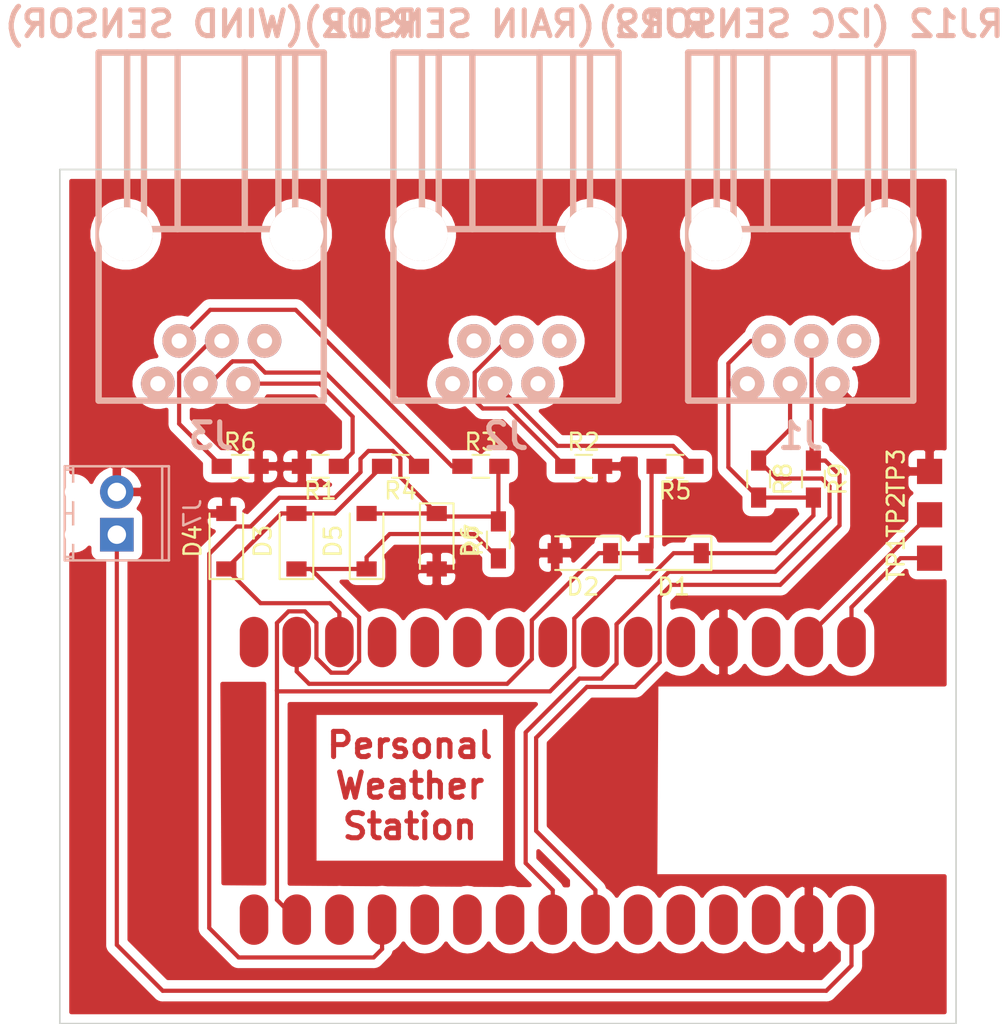
<source format=kicad_pcb>
(kicad_pcb (version 20171130) (host pcbnew 5.1.10-88a1d61d58~88~ubuntu20.04.1)

  (general
    (thickness 1.6)
    (drawings 5)
    (tracks 149)
    (zones 0)
    (modules 23)
    (nets 17)
  )

  (page A4)
  (layers
    (0 F.Cu signal)
    (31 B.Cu signal)
    (32 B.Adhes user)
    (33 F.Adhes user)
    (34 B.Paste user)
    (35 F.Paste user)
    (36 B.SilkS user)
    (37 F.SilkS user)
    (38 B.Mask user)
    (39 F.Mask user)
    (40 Dwgs.User user)
    (41 Cmts.User user)
    (42 Eco1.User user)
    (43 Eco2.User user)
    (44 Edge.Cuts user)
    (45 Margin user)
    (46 B.CrtYd user)
    (47 F.CrtYd user)
    (48 B.Fab user)
    (49 F.Fab user)
  )

  (setup
    (last_trace_width 0.25)
    (trace_clearance 0.2)
    (zone_clearance 0.508)
    (zone_45_only no)
    (trace_min 0.2)
    (via_size 0.8)
    (via_drill 0.4)
    (via_min_size 0.4)
    (via_min_drill 0.3)
    (uvia_size 0.3)
    (uvia_drill 0.1)
    (uvias_allowed no)
    (uvia_min_size 0.2)
    (uvia_min_drill 0.1)
    (edge_width 0.1)
    (segment_width 0.2)
    (pcb_text_width 0.3)
    (pcb_text_size 1.5 1.5)
    (mod_edge_width 0.15)
    (mod_text_size 1 1)
    (mod_text_width 0.15)
    (pad_size 1.524 1.524)
    (pad_drill 0.762)
    (pad_to_mask_clearance 0)
    (aux_axis_origin 0 0)
    (visible_elements FFFFFF7F)
    (pcbplotparams
      (layerselection 0x010fc_ffffffff)
      (usegerberextensions false)
      (usegerberattributes true)
      (usegerberadvancedattributes true)
      (creategerberjobfile true)
      (excludeedgelayer true)
      (linewidth 0.100000)
      (plotframeref false)
      (viasonmask false)
      (mode 1)
      (useauxorigin false)
      (hpglpennumber 1)
      (hpglpenspeed 20)
      (hpglpendiameter 15.000000)
      (psnegative false)
      (psa4output false)
      (plotreference true)
      (plotvalue true)
      (plotinvisibletext false)
      (padsonsilk false)
      (subtractmaskfromsilk false)
      (outputformat 1)
      (mirror false)
      (drillshape 1)
      (scaleselection 1)
      (outputdirectory ""))
  )

  (net 0 "")
  (net 1 RAIN)
  (net 2 3V3)
  (net 3 GND)
  (net 4 WSPEED)
  (net 5 WDIR)
  (net 6 SDA)
  (net 7 SCL)
  (net 8 "Net-(J2-Pad4)")
  (net 9 "Net-(J2-Pad3)")
  (net 10 "Net-(J3-Pad3)")
  (net 11 "Net-(J3-Pad5)")
  (net 12 "Net-(J3-Pad4)")
  (net 13 "Net-(J3-Pad2)")
  (net 14 RX)
  (net 15 TX)
  (net 16 VIN)

  (net_class Default "This is the default net class."
    (clearance 0.2)
    (trace_width 0.25)
    (via_dia 0.8)
    (via_drill 0.4)
    (uvia_dia 0.3)
    (uvia_drill 0.1)
    (add_net 3V3)
    (add_net GND)
    (add_net "Net-(J2-Pad3)")
    (add_net "Net-(J2-Pad4)")
    (add_net "Net-(J3-Pad2)")
    (add_net "Net-(J3-Pad3)")
    (add_net "Net-(J3-Pad4)")
    (add_net "Net-(J3-Pad5)")
    (add_net RAIN)
    (add_net RX)
    (add_net SCL)
    (add_net SDA)
    (add_net TX)
    (add_net VIN)
    (add_net WDIR)
    (add_net WSPEED)
  )

  (module Diodes_SMD:D_SOD-123 (layer F.Cu) (tedit 58645DC7) (tstamp 60E15A4D)
    (at 152.09774 93.93682 180)
    (descr SOD-123)
    (tags SOD-123)
    (path /60DF9F63)
    (attr smd)
    (fp_text reference D1 (at 0 -2) (layer F.SilkS)
      (effects (font (size 1 1) (thickness 0.15)))
    )
    (fp_text value BAS16 (at 0 2.1) (layer F.Fab)
      (effects (font (size 1 1) (thickness 0.15)))
    )
    (fp_line (start -2.25 -1) (end 1.65 -1) (layer F.SilkS) (width 0.12))
    (fp_line (start -2.25 1) (end 1.65 1) (layer F.SilkS) (width 0.12))
    (fp_line (start -2.35 -1.15) (end -2.35 1.15) (layer F.CrtYd) (width 0.05))
    (fp_line (start 2.35 1.15) (end -2.35 1.15) (layer F.CrtYd) (width 0.05))
    (fp_line (start 2.35 -1.15) (end 2.35 1.15) (layer F.CrtYd) (width 0.05))
    (fp_line (start -2.35 -1.15) (end 2.35 -1.15) (layer F.CrtYd) (width 0.05))
    (fp_line (start -1.4 -0.9) (end 1.4 -0.9) (layer F.Fab) (width 0.1))
    (fp_line (start 1.4 -0.9) (end 1.4 0.9) (layer F.Fab) (width 0.1))
    (fp_line (start 1.4 0.9) (end -1.4 0.9) (layer F.Fab) (width 0.1))
    (fp_line (start -1.4 0.9) (end -1.4 -0.9) (layer F.Fab) (width 0.1))
    (fp_line (start -0.75 0) (end -0.35 0) (layer F.Fab) (width 0.1))
    (fp_line (start -0.35 0) (end -0.35 -0.55) (layer F.Fab) (width 0.1))
    (fp_line (start -0.35 0) (end -0.35 0.55) (layer F.Fab) (width 0.1))
    (fp_line (start -0.35 0) (end 0.25 -0.4) (layer F.Fab) (width 0.1))
    (fp_line (start 0.25 -0.4) (end 0.25 0.4) (layer F.Fab) (width 0.1))
    (fp_line (start 0.25 0.4) (end -0.35 0) (layer F.Fab) (width 0.1))
    (fp_line (start 0.25 0) (end 0.75 0) (layer F.Fab) (width 0.1))
    (fp_line (start -2.25 -1) (end -2.25 1) (layer F.SilkS) (width 0.12))
    (fp_text user %R (at 0 -2) (layer F.Fab)
      (effects (font (size 1 1) (thickness 0.15)))
    )
    (pad 1 smd rect (at -1.65 0 180) (size 0.9 1.2) (layers F.Cu F.Paste F.Mask)
      (net 2 3V3))
    (pad 2 smd rect (at 1.65 0 180) (size 0.9 1.2) (layers F.Cu F.Paste F.Mask)
      (net 1 RAIN))
    (model ${KISYS3DMOD}/Diodes_SMD.3dshapes/D_SOD-123.wrl
      (at (xyz 0 0 0))
      (scale (xyz 1 1 1))
      (rotate (xyz 0 0 0))
    )
  )

  (module Diodes_SMD:D_SOD-123 (layer F.Cu) (tedit 58645DC7) (tstamp 60E15B6D)
    (at 146.70024 93.93682 180)
    (descr SOD-123)
    (tags SOD-123)
    (path /60DFC486)
    (attr smd)
    (fp_text reference D2 (at 0 -2) (layer F.SilkS)
      (effects (font (size 1 1) (thickness 0.15)))
    )
    (fp_text value BAS16 (at 0 2.1) (layer F.Fab)
      (effects (font (size 1 1) (thickness 0.15)))
    )
    (fp_line (start -2.25 -1) (end 1.65 -1) (layer F.SilkS) (width 0.12))
    (fp_line (start -2.25 1) (end 1.65 1) (layer F.SilkS) (width 0.12))
    (fp_line (start -2.35 -1.15) (end -2.35 1.15) (layer F.CrtYd) (width 0.05))
    (fp_line (start 2.35 1.15) (end -2.35 1.15) (layer F.CrtYd) (width 0.05))
    (fp_line (start 2.35 -1.15) (end 2.35 1.15) (layer F.CrtYd) (width 0.05))
    (fp_line (start -2.35 -1.15) (end 2.35 -1.15) (layer F.CrtYd) (width 0.05))
    (fp_line (start -1.4 -0.9) (end 1.4 -0.9) (layer F.Fab) (width 0.1))
    (fp_line (start 1.4 -0.9) (end 1.4 0.9) (layer F.Fab) (width 0.1))
    (fp_line (start 1.4 0.9) (end -1.4 0.9) (layer F.Fab) (width 0.1))
    (fp_line (start -1.4 0.9) (end -1.4 -0.9) (layer F.Fab) (width 0.1))
    (fp_line (start -0.75 0) (end -0.35 0) (layer F.Fab) (width 0.1))
    (fp_line (start -0.35 0) (end -0.35 -0.55) (layer F.Fab) (width 0.1))
    (fp_line (start -0.35 0) (end -0.35 0.55) (layer F.Fab) (width 0.1))
    (fp_line (start -0.35 0) (end 0.25 -0.4) (layer F.Fab) (width 0.1))
    (fp_line (start 0.25 -0.4) (end 0.25 0.4) (layer F.Fab) (width 0.1))
    (fp_line (start 0.25 0.4) (end -0.35 0) (layer F.Fab) (width 0.1))
    (fp_line (start 0.25 0) (end 0.75 0) (layer F.Fab) (width 0.1))
    (fp_line (start -2.25 -1) (end -2.25 1) (layer F.SilkS) (width 0.12))
    (fp_text user %R (at 0 -2) (layer F.Fab)
      (effects (font (size 1 1) (thickness 0.15)))
    )
    (pad 1 smd rect (at -1.65 0 180) (size 0.9 1.2) (layers F.Cu F.Paste F.Mask)
      (net 1 RAIN))
    (pad 2 smd rect (at 1.65 0 180) (size 0.9 1.2) (layers F.Cu F.Paste F.Mask)
      (net 3 GND))
    (model ${KISYS3DMOD}/Diodes_SMD.3dshapes/D_SOD-123.wrl
      (at (xyz 0 0 0))
      (scale (xyz 1 1 1))
      (rotate (xyz 0 0 0))
    )
  )

  (module Diodes_SMD:D_SOD-123 (layer F.Cu) (tedit 58645DC7) (tstamp 60E15B25)
    (at 129.652606 93.22562 90)
    (descr SOD-123)
    (tags SOD-123)
    (path /60E205AD)
    (attr smd)
    (fp_text reference D3 (at 0 -2 90) (layer F.SilkS)
      (effects (font (size 1 1) (thickness 0.15)))
    )
    (fp_text value BAS16 (at 0 2.1 90) (layer F.Fab)
      (effects (font (size 1 1) (thickness 0.15)))
    )
    (fp_line (start -2.25 -1) (end 1.65 -1) (layer F.SilkS) (width 0.12))
    (fp_line (start -2.25 1) (end 1.65 1) (layer F.SilkS) (width 0.12))
    (fp_line (start -2.35 -1.15) (end -2.35 1.15) (layer F.CrtYd) (width 0.05))
    (fp_line (start 2.35 1.15) (end -2.35 1.15) (layer F.CrtYd) (width 0.05))
    (fp_line (start 2.35 -1.15) (end 2.35 1.15) (layer F.CrtYd) (width 0.05))
    (fp_line (start -2.35 -1.15) (end 2.35 -1.15) (layer F.CrtYd) (width 0.05))
    (fp_line (start -1.4 -0.9) (end 1.4 -0.9) (layer F.Fab) (width 0.1))
    (fp_line (start 1.4 -0.9) (end 1.4 0.9) (layer F.Fab) (width 0.1))
    (fp_line (start 1.4 0.9) (end -1.4 0.9) (layer F.Fab) (width 0.1))
    (fp_line (start -1.4 0.9) (end -1.4 -0.9) (layer F.Fab) (width 0.1))
    (fp_line (start -0.75 0) (end -0.35 0) (layer F.Fab) (width 0.1))
    (fp_line (start -0.35 0) (end -0.35 -0.55) (layer F.Fab) (width 0.1))
    (fp_line (start -0.35 0) (end -0.35 0.55) (layer F.Fab) (width 0.1))
    (fp_line (start -0.35 0) (end 0.25 -0.4) (layer F.Fab) (width 0.1))
    (fp_line (start 0.25 -0.4) (end 0.25 0.4) (layer F.Fab) (width 0.1))
    (fp_line (start 0.25 0.4) (end -0.35 0) (layer F.Fab) (width 0.1))
    (fp_line (start 0.25 0) (end 0.75 0) (layer F.Fab) (width 0.1))
    (fp_line (start -2.25 -1) (end -2.25 1) (layer F.SilkS) (width 0.12))
    (fp_text user %R (at 0 -2 90) (layer F.Fab)
      (effects (font (size 1 1) (thickness 0.15)))
    )
    (pad 1 smd rect (at -1.65 0 90) (size 0.9 1.2) (layers F.Cu F.Paste F.Mask)
      (net 2 3V3))
    (pad 2 smd rect (at 1.65 0 90) (size 0.9 1.2) (layers F.Cu F.Paste F.Mask)
      (net 4 WSPEED))
    (model ${KISYS3DMOD}/Diodes_SMD.3dshapes/D_SOD-123.wrl
      (at (xyz 0 0 0))
      (scale (xyz 1 1 1))
      (rotate (xyz 0 0 0))
    )
  )

  (module Diodes_SMD:D_SOD-123 (layer F.Cu) (tedit 58645DC7) (tstamp 60E15ADD)
    (at 125.47854 93.22562 90)
    (descr SOD-123)
    (tags SOD-123)
    (path /60E1DC73)
    (attr smd)
    (fp_text reference D4 (at 0 -2 90) (layer F.SilkS)
      (effects (font (size 1 1) (thickness 0.15)))
    )
    (fp_text value BAS16 (at 0 2.1 90) (layer F.Fab)
      (effects (font (size 1 1) (thickness 0.15)))
    )
    (fp_line (start -2.25 -1) (end 1.65 -1) (layer F.SilkS) (width 0.12))
    (fp_line (start -2.25 1) (end 1.65 1) (layer F.SilkS) (width 0.12))
    (fp_line (start -2.35 -1.15) (end -2.35 1.15) (layer F.CrtYd) (width 0.05))
    (fp_line (start 2.35 1.15) (end -2.35 1.15) (layer F.CrtYd) (width 0.05))
    (fp_line (start 2.35 -1.15) (end 2.35 1.15) (layer F.CrtYd) (width 0.05))
    (fp_line (start -2.35 -1.15) (end 2.35 -1.15) (layer F.CrtYd) (width 0.05))
    (fp_line (start -1.4 -0.9) (end 1.4 -0.9) (layer F.Fab) (width 0.1))
    (fp_line (start 1.4 -0.9) (end 1.4 0.9) (layer F.Fab) (width 0.1))
    (fp_line (start 1.4 0.9) (end -1.4 0.9) (layer F.Fab) (width 0.1))
    (fp_line (start -1.4 0.9) (end -1.4 -0.9) (layer F.Fab) (width 0.1))
    (fp_line (start -0.75 0) (end -0.35 0) (layer F.Fab) (width 0.1))
    (fp_line (start -0.35 0) (end -0.35 -0.55) (layer F.Fab) (width 0.1))
    (fp_line (start -0.35 0) (end -0.35 0.55) (layer F.Fab) (width 0.1))
    (fp_line (start -0.35 0) (end 0.25 -0.4) (layer F.Fab) (width 0.1))
    (fp_line (start 0.25 -0.4) (end 0.25 0.4) (layer F.Fab) (width 0.1))
    (fp_line (start 0.25 0.4) (end -0.35 0) (layer F.Fab) (width 0.1))
    (fp_line (start 0.25 0) (end 0.75 0) (layer F.Fab) (width 0.1))
    (fp_line (start -2.25 -1) (end -2.25 1) (layer F.SilkS) (width 0.12))
    (fp_text user %R (at 0 -2 90) (layer F.Fab)
      (effects (font (size 1 1) (thickness 0.15)))
    )
    (pad 1 smd rect (at -1.65 0 90) (size 0.9 1.2) (layers F.Cu F.Paste F.Mask)
      (net 4 WSPEED))
    (pad 2 smd rect (at 1.65 0 90) (size 0.9 1.2) (layers F.Cu F.Paste F.Mask)
      (net 3 GND))
    (model ${KISYS3DMOD}/Diodes_SMD.3dshapes/D_SOD-123.wrl
      (at (xyz 0 0 0))
      (scale (xyz 1 1 1))
      (rotate (xyz 0 0 0))
    )
  )

  (module Diodes_SMD:D_SOD-123 (layer F.Cu) (tedit 58645DC7) (tstamp 60E15A95)
    (at 133.826672 93.22562 90)
    (descr SOD-123)
    (tags SOD-123)
    (path /60E3DABB)
    (attr smd)
    (fp_text reference D5 (at 0 -2 90) (layer F.SilkS)
      (effects (font (size 1 1) (thickness 0.15)))
    )
    (fp_text value BAS16 (at 0 2.1 90) (layer F.Fab)
      (effects (font (size 1 1) (thickness 0.15)))
    )
    (fp_line (start -2.25 -1) (end 1.65 -1) (layer F.SilkS) (width 0.12))
    (fp_line (start -2.25 1) (end 1.65 1) (layer F.SilkS) (width 0.12))
    (fp_line (start -2.35 -1.15) (end -2.35 1.15) (layer F.CrtYd) (width 0.05))
    (fp_line (start 2.35 1.15) (end -2.35 1.15) (layer F.CrtYd) (width 0.05))
    (fp_line (start 2.35 -1.15) (end 2.35 1.15) (layer F.CrtYd) (width 0.05))
    (fp_line (start -2.35 -1.15) (end 2.35 -1.15) (layer F.CrtYd) (width 0.05))
    (fp_line (start -1.4 -0.9) (end 1.4 -0.9) (layer F.Fab) (width 0.1))
    (fp_line (start 1.4 -0.9) (end 1.4 0.9) (layer F.Fab) (width 0.1))
    (fp_line (start 1.4 0.9) (end -1.4 0.9) (layer F.Fab) (width 0.1))
    (fp_line (start -1.4 0.9) (end -1.4 -0.9) (layer F.Fab) (width 0.1))
    (fp_line (start -0.75 0) (end -0.35 0) (layer F.Fab) (width 0.1))
    (fp_line (start -0.35 0) (end -0.35 -0.55) (layer F.Fab) (width 0.1))
    (fp_line (start -0.35 0) (end -0.35 0.55) (layer F.Fab) (width 0.1))
    (fp_line (start -0.35 0) (end 0.25 -0.4) (layer F.Fab) (width 0.1))
    (fp_line (start 0.25 -0.4) (end 0.25 0.4) (layer F.Fab) (width 0.1))
    (fp_line (start 0.25 0.4) (end -0.35 0) (layer F.Fab) (width 0.1))
    (fp_line (start 0.25 0) (end 0.75 0) (layer F.Fab) (width 0.1))
    (fp_line (start -2.25 -1) (end -2.25 1) (layer F.SilkS) (width 0.12))
    (fp_text user %R (at 0 -2 90) (layer F.Fab)
      (effects (font (size 1 1) (thickness 0.15)))
    )
    (pad 1 smd rect (at -1.65 0 90) (size 0.9 1.2) (layers F.Cu F.Paste F.Mask)
      (net 2 3V3))
    (pad 2 smd rect (at 1.65 0 90) (size 0.9 1.2) (layers F.Cu F.Paste F.Mask)
      (net 5 WDIR))
    (model ${KISYS3DMOD}/Diodes_SMD.3dshapes/D_SOD-123.wrl
      (at (xyz 0 0 0))
      (scale (xyz 1 1 1))
      (rotate (xyz 0 0 0))
    )
  )

  (module Diodes_SMD:D_SOD-123 (layer F.Cu) (tedit 58645DC7) (tstamp 60E15A05)
    (at 138.00074 93.22562 270)
    (descr SOD-123)
    (tags SOD-123)
    (path /60E3E058)
    (attr smd)
    (fp_text reference D6 (at 0 -2 90) (layer F.SilkS)
      (effects (font (size 1 1) (thickness 0.15)))
    )
    (fp_text value BAS16 (at 0 2.1 90) (layer F.Fab)
      (effects (font (size 1 1) (thickness 0.15)))
    )
    (fp_line (start -2.25 -1) (end 1.65 -1) (layer F.SilkS) (width 0.12))
    (fp_line (start -2.25 1) (end 1.65 1) (layer F.SilkS) (width 0.12))
    (fp_line (start -2.35 -1.15) (end -2.35 1.15) (layer F.CrtYd) (width 0.05))
    (fp_line (start 2.35 1.15) (end -2.35 1.15) (layer F.CrtYd) (width 0.05))
    (fp_line (start 2.35 -1.15) (end 2.35 1.15) (layer F.CrtYd) (width 0.05))
    (fp_line (start -2.35 -1.15) (end 2.35 -1.15) (layer F.CrtYd) (width 0.05))
    (fp_line (start -1.4 -0.9) (end 1.4 -0.9) (layer F.Fab) (width 0.1))
    (fp_line (start 1.4 -0.9) (end 1.4 0.9) (layer F.Fab) (width 0.1))
    (fp_line (start 1.4 0.9) (end -1.4 0.9) (layer F.Fab) (width 0.1))
    (fp_line (start -1.4 0.9) (end -1.4 -0.9) (layer F.Fab) (width 0.1))
    (fp_line (start -0.75 0) (end -0.35 0) (layer F.Fab) (width 0.1))
    (fp_line (start -0.35 0) (end -0.35 -0.55) (layer F.Fab) (width 0.1))
    (fp_line (start -0.35 0) (end -0.35 0.55) (layer F.Fab) (width 0.1))
    (fp_line (start -0.35 0) (end 0.25 -0.4) (layer F.Fab) (width 0.1))
    (fp_line (start 0.25 -0.4) (end 0.25 0.4) (layer F.Fab) (width 0.1))
    (fp_line (start 0.25 0.4) (end -0.35 0) (layer F.Fab) (width 0.1))
    (fp_line (start 0.25 0) (end 0.75 0) (layer F.Fab) (width 0.1))
    (fp_line (start -2.25 -1) (end -2.25 1) (layer F.SilkS) (width 0.12))
    (fp_text user %R (at 0 -2 90) (layer F.Fab)
      (effects (font (size 1 1) (thickness 0.15)))
    )
    (pad 1 smd rect (at -1.65 0 270) (size 0.9 1.2) (layers F.Cu F.Paste F.Mask)
      (net 5 WDIR))
    (pad 2 smd rect (at 1.65 0 270) (size 0.9 1.2) (layers F.Cu F.Paste F.Mask)
      (net 3 GND))
    (model ${KISYS3DMOD}/Diodes_SMD.3dshapes/D_SOD-123.wrl
      (at (xyz 0 0 0))
      (scale (xyz 1 1 1))
      (rotate (xyz 0 0 0))
    )
  )

  (module local:NANO_33_Footprint_SMD_Castell (layer F.Cu) (tedit 5D644E30) (tstamp 60E07B64)
    (at 144.907 107.47756)
    (descr "Through hole straight socket strip, 1x15, 2.54mm pitch")
    (tags "Through hole socket strip THT 1x15 2.54mm single row")
    (path /60E00E33)
    (fp_text reference J5 (at 0 -13.335) (layer F.Fab)
      (effects (font (size 1 1) (thickness 0.15)))
    )
    (fp_text value Arduino-NANO-33-IoT (at 0 12.065) (layer F.Fab)
      (effects (font (size 1 1) (thickness 0.15)))
    )
    (fp_poly (pts (xy 8.89 4.445) (xy 21.59 4.445) (xy 21.59 -4.445) (xy 8.89 -4.445)) (layer F.Fab) (width 0.1))
    (fp_poly (pts (xy -3.175 3.175) (xy 3.175 3.175) (xy 3.175 -3.175) (xy -3.175 -3.175)) (layer F.Fab) (width 0.1))
    (fp_poly (pts (xy -22.86 3.175) (xy -18.415 3.175) (xy -18.415 -3.175) (xy -22.86 -3.175)) (layer F.Fab) (width 0.1))
    (fp_line (start -22 -8.89) (end 22 -8.89) (layer F.Fab) (width 0.12))
    (fp_line (start -22 8.89) (end -22 -8.89) (layer F.Fab) (width 0.12))
    (fp_line (start -22 8.89) (end 22 8.89) (layer F.Fab) (width 0.12))
    (fp_line (start 22 8.89) (end 22 -8.89) (layer F.Fab) (width 0.12))
    (fp_line (start 19.05 8.89) (end -19.05 8.89) (layer F.Fab) (width 0.1))
    (fp_line (start 19.05 6.35) (end 19.05 8.89) (layer F.Fab) (width 0.1))
    (fp_line (start -18.415 6.35) (end 19.05 6.35) (layer F.Fab) (width 0.1))
    (fp_line (start -19.05 6.985) (end -18.415 6.35) (layer F.Fab) (width 0.1))
    (fp_line (start -19.05 8.89) (end -19.05 6.985) (layer F.Fab) (width 0.1))
    (fp_line (start 19.05 -8.89) (end 19.05 -6.985) (layer F.Fab) (width 0.1))
    (fp_line (start 19.05 -6.985) (end 18.415 -6.35) (layer F.Fab) (width 0.1))
    (fp_line (start 18.415 -6.35) (end -19.05 -6.35) (layer F.Fab) (width 0.1))
    (fp_line (start -19.05 -6.35) (end -19.05 -8.89) (layer F.Fab) (width 0.1))
    (fp_line (start -19.05 -8.89) (end 19.05 -8.89) (layer F.Fab) (width 0.1))
    (fp_text user %R (at 0 -7.62) (layer F.Fab)
      (effects (font (size 1 1) (thickness 0.15)))
    )
    (fp_text user %R (at 0 7.62 180) (layer F.Fab)
      (effects (font (size 1 1) (thickness 0.15)))
    )
    (pad 16 smd oval (at 17.78 -8.255 270) (size 3 1.7) (layers F.Cu F.Mask)
      (net 15 TX))
    (pad 17 smd oval (at 15.24 -8.255 270) (size 3 1.7) (layers F.Cu F.Mask)
      (net 14 RX))
    (pad 18 smd oval (at 12.7 -8.255 270) (size 3 1.7) (layers F.Cu F.Mask))
    (pad 19 smd oval (at 10.16 -8.255 270) (size 3 1.7) (layers F.Cu F.Mask)
      (net 3 GND))
    (pad 20 smd oval (at 7.62 -8.255 270) (size 3 1.7) (layers F.Cu F.Mask))
    (pad 21 smd oval (at 5.08 -8.255 270) (size 3 1.7) (layers F.Cu F.Mask))
    (pad 22 smd oval (at 2.54 -8.255 270) (size 3 1.7) (layers F.Cu F.Mask))
    (pad 23 smd oval (at 0 -8.255 270) (size 3 1.7) (layers F.Cu F.Mask))
    (pad 24 smd oval (at -2.54 -8.255 270) (size 3 1.7) (layers F.Cu F.Mask))
    (pad 25 smd oval (at -5.08 -8.255 270) (size 3 1.7) (layers F.Cu F.Mask))
    (pad 26 smd oval (at -7.62 -8.255 270) (size 3 1.7) (layers F.Cu F.Mask))
    (pad 27 smd oval (at -10.16 -8.255 270) (size 3 1.7) (layers F.Cu F.Mask))
    (pad 28 smd oval (at -12.7 -8.255 270) (size 3 1.7) (layers F.Cu F.Mask)
      (net 4 WSPEED))
    (pad 29 smd oval (at -15.24 -8.255 270) (size 3 1.7) (layers F.Cu F.Mask)
      (net 1 RAIN))
    (pad 30 smd oval (at -17.78 -8.255 270) (size 3 1.7) (layers F.Cu F.Mask))
    (pad 2 smd oval (at -15.24 8.255 90) (size 3 1.7) (layers F.Cu F.Mask)
      (net 2 3V3))
    (pad 15 smd oval (at 17.78 8.255 90) (size 3 1.7) (layers F.Cu F.Mask)
      (net 16 VIN))
    (pad 8 smd oval (at 0 8.255 90) (size 3 1.7) (layers F.Cu F.Mask)
      (net 6 SDA))
    (pad 6 smd oval (at -5.08 8.255 90) (size 3 1.7) (layers F.Cu F.Mask))
    (pad 7 smd oval (at -2.54 8.255 90) (size 3 1.7) (layers F.Cu F.Mask))
    (pad 9 smd oval (at 2.54 8.255 90) (size 3 1.7) (layers F.Cu F.Mask)
      (net 7 SCL))
    (pad 10 smd oval (at 5.08 8.255 90) (size 3 1.7) (layers F.Cu F.Mask))
    (pad 4 smd oval (at -10.16 8.255 90) (size 3 1.7) (layers F.Cu F.Mask)
      (net 5 WDIR))
    (pad 14 smd oval (at 15.24 8.255 90) (size 3 1.7) (layers F.Cu F.Mask)
      (net 3 GND))
    (pad 1 smd oval (at -17.78 8.255 90) (size 3 1.7) (layers F.Cu F.Mask))
    (pad 12 smd oval (at 10.16 8.255 90) (size 3 1.7) (layers F.Cu F.Mask))
    (pad 13 smd oval (at 12.7 8.255 90) (size 3 1.7) (layers F.Cu F.Mask))
    (pad 5 smd oval (at -7.62 8.255 90) (size 3 1.7) (layers F.Cu F.Mask))
    (pad 3 smd oval (at -12.7 8.255 90) (size 3 1.7) (layers F.Cu F.Mask))
    (pad 11 smd oval (at 7.62 8.255 90) (size 3 1.7) (layers F.Cu F.Mask))
    (model "${KISYS3DMOD}/Arduino.3dshapes/Arduino Nano 33 IoT.stp"
      (offset (xyz 0.5 0 0))
      (scale (xyz 1 1 1))
      (rotate (xyz -90 0 90))
    )
  )

  (module TerminalBlocks_Phoenix:TerminalBlock_Phoenix_MPT-2.54mm_2pol (layer B.Cu) (tedit 59FF0755) (tstamp 60E07B7A)
    (at 118.9609 92.837 90)
    (descr "2-way 2.54mm pitch terminal block, Phoenix MPT series")
    (path /60E3FE23)
    (fp_text reference J7 (at 1.27 4.50088 90) (layer B.SilkS)
      (effects (font (size 1 1) (thickness 0.15)) (justify mirror))
    )
    (fp_text value Screw_Terminal_01x02 (at 1.27 -4.50088 90) (layer B.Fab)
      (effects (font (size 1 1) (thickness 0.15)) (justify mirror))
    )
    (fp_line (start -1.52908 3.0988) (end -1.52908 -3.0988) (layer B.SilkS) (width 0.15))
    (fp_line (start 4.06908 3.0988) (end -1.52908 3.0988) (layer B.SilkS) (width 0.15))
    (fp_line (start 4.06908 -3.0988) (end 4.06908 3.0988) (layer B.SilkS) (width 0.15))
    (fp_line (start -1.52908 -3.0988) (end 4.06908 -3.0988) (layer B.SilkS) (width 0.15))
    (fp_line (start -1.52908 2.70002) (end 4.06908 2.70002) (layer B.SilkS) (width 0.15))
    (fp_line (start 1.27 -3.0988) (end 1.27 -2.60096) (layer B.SilkS) (width 0.15))
    (fp_line (start 3.87096 -2.60096) (end 3.87096 -3.0988) (layer B.SilkS) (width 0.15))
    (fp_line (start -1.33096 -3.0988) (end -1.33096 -2.60096) (layer B.SilkS) (width 0.15))
    (fp_line (start 4.06908 -2.60096) (end -1.52908 -2.60096) (layer B.SilkS) (width 0.15))
    (fp_line (start 4.3 3.3) (end 4.3 -3.3) (layer B.CrtYd) (width 0.05))
    (fp_line (start 4.3 -3.3) (end -1.7 -3.3) (layer B.CrtYd) (width 0.05))
    (fp_line (start -1.7 -3.3) (end -1.7 3.3) (layer B.CrtYd) (width 0.05))
    (fp_line (start -1.7 3.3) (end 4.3 3.3) (layer B.CrtYd) (width 0.05))
    (fp_text user %R (at 1.27 -1.045 90) (layer B.Fab)
      (effects (font (size 1 1) (thickness 0.15)) (justify mirror))
    )
    (pad 2 thru_hole oval (at 2.54 0 90) (size 1.99898 1.99898) (drill 1.09728) (layers *.Cu *.Mask)
      (net 3 GND))
    (pad 1 thru_hole rect (at 0 0 90) (size 1.99898 1.99898) (drill 1.09728) (layers *.Cu *.Mask)
      (net 16 VIN))
    (pad "" np_thru_hole circle (at 0 -2.54 90) (size 1.1 1.1) (drill 1.1) (layers *.Cu *.Mask))
    (pad "" np_thru_hole circle (at 2.54 -2.54 90) (size 1.1 1.1) (drill 1.1) (layers *.Cu *.Mask))
    (model ${KISYS3DMOD}/TerminalBlock_Phoenix.3dshapes/TerminalBlock_Phoenix_MPT-2.54mm_2pol.wrl
      (offset (xyz 1.269999980926514 0 0))
      (scale (xyz 1 1 1))
      (rotate (xyz 0 0 0))
    )
  )

  (module Resistors_SMD:R_0603_HandSoldering (layer F.Cu) (tedit 58E0A804) (tstamp 60E15946)
    (at 131.073366 88.773 180)
    (descr "Resistor SMD 0603, hand soldering")
    (tags "resistor 0603")
    (path /60E0692A)
    (attr smd)
    (fp_text reference R1 (at 0 -1.45) (layer F.SilkS)
      (effects (font (size 1 1) (thickness 0.15)))
    )
    (fp_text value 1K (at 0 1.55) (layer F.Fab)
      (effects (font (size 1 1) (thickness 0.15)))
    )
    (fp_line (start 1.95 0.7) (end -1.96 0.7) (layer F.CrtYd) (width 0.05))
    (fp_line (start 1.95 0.7) (end 1.95 -0.7) (layer F.CrtYd) (width 0.05))
    (fp_line (start -1.96 -0.7) (end -1.96 0.7) (layer F.CrtYd) (width 0.05))
    (fp_line (start -1.96 -0.7) (end 1.95 -0.7) (layer F.CrtYd) (width 0.05))
    (fp_line (start -0.5 -0.68) (end 0.5 -0.68) (layer F.SilkS) (width 0.12))
    (fp_line (start 0.5 0.68) (end -0.5 0.68) (layer F.SilkS) (width 0.12))
    (fp_line (start -0.8 -0.4) (end 0.8 -0.4) (layer F.Fab) (width 0.1))
    (fp_line (start 0.8 -0.4) (end 0.8 0.4) (layer F.Fab) (width 0.1))
    (fp_line (start 0.8 0.4) (end -0.8 0.4) (layer F.Fab) (width 0.1))
    (fp_line (start -0.8 0.4) (end -0.8 -0.4) (layer F.Fab) (width 0.1))
    (fp_text user %R (at 0 0) (layer F.Fab)
      (effects (font (size 0.4 0.4) (thickness 0.075)))
    )
    (pad 1 smd rect (at -1.1 0 180) (size 1.2 0.9) (layers F.Cu F.Paste F.Mask)
      (net 11 "Net-(J3-Pad5)"))
    (pad 2 smd rect (at 1.1 0 180) (size 1.2 0.9) (layers F.Cu F.Paste F.Mask)
      (net 3 GND))
    (model ${KISYS3DMOD}/Resistors_SMD.3dshapes/R_0603.wrl
      (at (xyz 0 0 0))
      (scale (xyz 1 1 1))
      (rotate (xyz 0 0 0))
    )
  )

  (module Resistors_SMD:R_0603_HandSoldering (layer F.Cu) (tedit 58E0A804) (tstamp 60E15916)
    (at 146.7485 88.773)
    (descr "Resistor SMD 0603, hand soldering")
    (tags "resistor 0603")
    (path /60DF1520)
    (attr smd)
    (fp_text reference R2 (at 0 -1.45) (layer F.SilkS)
      (effects (font (size 1 1) (thickness 0.15)))
    )
    (fp_text value 1K (at 0 1.55) (layer F.Fab)
      (effects (font (size 1 1) (thickness 0.15)))
    )
    (fp_line (start 1.95 0.7) (end -1.96 0.7) (layer F.CrtYd) (width 0.05))
    (fp_line (start 1.95 0.7) (end 1.95 -0.7) (layer F.CrtYd) (width 0.05))
    (fp_line (start -1.96 -0.7) (end -1.96 0.7) (layer F.CrtYd) (width 0.05))
    (fp_line (start -1.96 -0.7) (end 1.95 -0.7) (layer F.CrtYd) (width 0.05))
    (fp_line (start -0.5 -0.68) (end 0.5 -0.68) (layer F.SilkS) (width 0.12))
    (fp_line (start 0.5 0.68) (end -0.5 0.68) (layer F.SilkS) (width 0.12))
    (fp_line (start -0.8 -0.4) (end 0.8 -0.4) (layer F.Fab) (width 0.1))
    (fp_line (start 0.8 -0.4) (end 0.8 0.4) (layer F.Fab) (width 0.1))
    (fp_line (start 0.8 0.4) (end -0.8 0.4) (layer F.Fab) (width 0.1))
    (fp_line (start -0.8 0.4) (end -0.8 -0.4) (layer F.Fab) (width 0.1))
    (fp_text user %R (at 0 0) (layer F.Fab)
      (effects (font (size 0.4 0.4) (thickness 0.075)))
    )
    (pad 1 smd rect (at -1.1 0) (size 1.2 0.9) (layers F.Cu F.Paste F.Mask)
      (net 8 "Net-(J2-Pad4)"))
    (pad 2 smd rect (at 1.1 0) (size 1.2 0.9) (layers F.Cu F.Paste F.Mask)
      (net 3 GND))
    (model ${KISYS3DMOD}/Resistors_SMD.3dshapes/R_0603.wrl
      (at (xyz 0 0 0))
      (scale (xyz 1 1 1))
      (rotate (xyz 0 0 0))
    )
  )

  (module Resistors_SMD:R_0603_HandSoldering (layer F.Cu) (tedit 58E0A804) (tstamp 60E158E6)
    (at 140.6271 88.773)
    (descr "Resistor SMD 0603, hand soldering")
    (tags "resistor 0603")
    (path /60E089F3)
    (attr smd)
    (fp_text reference R3 (at 0 -1.45) (layer F.SilkS)
      (effects (font (size 1 1) (thickness 0.15)))
    )
    (fp_text value 1K (at 0 1.55) (layer F.Fab)
      (effects (font (size 1 1) (thickness 0.15)))
    )
    (fp_line (start 1.95 0.7) (end -1.96 0.7) (layer F.CrtYd) (width 0.05))
    (fp_line (start 1.95 0.7) (end 1.95 -0.7) (layer F.CrtYd) (width 0.05))
    (fp_line (start -1.96 -0.7) (end -1.96 0.7) (layer F.CrtYd) (width 0.05))
    (fp_line (start -1.96 -0.7) (end 1.95 -0.7) (layer F.CrtYd) (width 0.05))
    (fp_line (start -0.5 -0.68) (end 0.5 -0.68) (layer F.SilkS) (width 0.12))
    (fp_line (start 0.5 0.68) (end -0.5 0.68) (layer F.SilkS) (width 0.12))
    (fp_line (start -0.8 -0.4) (end 0.8 -0.4) (layer F.Fab) (width 0.1))
    (fp_line (start 0.8 -0.4) (end 0.8 0.4) (layer F.Fab) (width 0.1))
    (fp_line (start 0.8 0.4) (end -0.8 0.4) (layer F.Fab) (width 0.1))
    (fp_line (start -0.8 0.4) (end -0.8 -0.4) (layer F.Fab) (width 0.1))
    (fp_text user %R (at 0 0) (layer F.Fab)
      (effects (font (size 0.4 0.4) (thickness 0.075)))
    )
    (pad 1 smd rect (at -1.1 0) (size 1.2 0.9) (layers F.Cu F.Paste F.Mask)
      (net 13 "Net-(J3-Pad2)"))
    (pad 2 smd rect (at 1.1 0) (size 1.2 0.9) (layers F.Cu F.Paste F.Mask)
      (net 5 WDIR))
    (model ${KISYS3DMOD}/Resistors_SMD.3dshapes/R_0603.wrl
      (at (xyz 0 0 0))
      (scale (xyz 1 1 1))
      (rotate (xyz 0 0 0))
    )
  )

  (module Resistors_SMD:R_0603_HandSoldering (layer F.Cu) (tedit 58E0A804) (tstamp 60E158B6)
    (at 135.845232 88.773 180)
    (descr "Resistor SMD 0603, hand soldering")
    (tags "resistor 0603")
    (path /60E0C0DE)
    (attr smd)
    (fp_text reference R4 (at 0 -1.45) (layer F.SilkS)
      (effects (font (size 1 1) (thickness 0.15)))
    )
    (fp_text value 1K (at 0 1.55) (layer F.Fab)
      (effects (font (size 1 1) (thickness 0.15)))
    )
    (fp_line (start 1.95 0.7) (end -1.96 0.7) (layer F.CrtYd) (width 0.05))
    (fp_line (start 1.95 0.7) (end 1.95 -0.7) (layer F.CrtYd) (width 0.05))
    (fp_line (start -1.96 -0.7) (end -1.96 0.7) (layer F.CrtYd) (width 0.05))
    (fp_line (start -1.96 -0.7) (end 1.95 -0.7) (layer F.CrtYd) (width 0.05))
    (fp_line (start -0.5 -0.68) (end 0.5 -0.68) (layer F.SilkS) (width 0.12))
    (fp_line (start 0.5 0.68) (end -0.5 0.68) (layer F.SilkS) (width 0.12))
    (fp_line (start -0.8 -0.4) (end 0.8 -0.4) (layer F.Fab) (width 0.1))
    (fp_line (start 0.8 -0.4) (end 0.8 0.4) (layer F.Fab) (width 0.1))
    (fp_line (start 0.8 0.4) (end -0.8 0.4) (layer F.Fab) (width 0.1))
    (fp_line (start -0.8 0.4) (end -0.8 -0.4) (layer F.Fab) (width 0.1))
    (fp_text user %R (at 0 0) (layer F.Fab)
      (effects (font (size 0.4 0.4) (thickness 0.075)))
    )
    (pad 1 smd rect (at -1.1 0 180) (size 1.2 0.9) (layers F.Cu F.Paste F.Mask)
      (net 10 "Net-(J3-Pad3)"))
    (pad 2 smd rect (at 1.1 0 180) (size 1.2 0.9) (layers F.Cu F.Paste F.Mask)
      (net 4 WSPEED))
    (model ${KISYS3DMOD}/Resistors_SMD.3dshapes/R_0603.wrl
      (at (xyz 0 0 0))
      (scale (xyz 1 1 1))
      (rotate (xyz 0 0 0))
    )
  )

  (module Resistors_SMD:R_0603_HandSoldering (layer F.Cu) (tedit 58E0A804) (tstamp 60E15886)
    (at 152.1841 88.773 180)
    (descr "Resistor SMD 0603, hand soldering")
    (tags "resistor 0603")
    (path /60DEC2C3)
    (attr smd)
    (fp_text reference R5 (at 0 -1.45) (layer F.SilkS)
      (effects (font (size 1 1) (thickness 0.15)))
    )
    (fp_text value 1K (at 0 1.55) (layer F.Fab)
      (effects (font (size 1 1) (thickness 0.15)))
    )
    (fp_line (start 1.95 0.7) (end -1.96 0.7) (layer F.CrtYd) (width 0.05))
    (fp_line (start 1.95 0.7) (end 1.95 -0.7) (layer F.CrtYd) (width 0.05))
    (fp_line (start -1.96 -0.7) (end -1.96 0.7) (layer F.CrtYd) (width 0.05))
    (fp_line (start -1.96 -0.7) (end 1.95 -0.7) (layer F.CrtYd) (width 0.05))
    (fp_line (start -0.5 -0.68) (end 0.5 -0.68) (layer F.SilkS) (width 0.12))
    (fp_line (start 0.5 0.68) (end -0.5 0.68) (layer F.SilkS) (width 0.12))
    (fp_line (start -0.8 -0.4) (end 0.8 -0.4) (layer F.Fab) (width 0.1))
    (fp_line (start 0.8 -0.4) (end 0.8 0.4) (layer F.Fab) (width 0.1))
    (fp_line (start 0.8 0.4) (end -0.8 0.4) (layer F.Fab) (width 0.1))
    (fp_line (start -0.8 0.4) (end -0.8 -0.4) (layer F.Fab) (width 0.1))
    (fp_text user %R (at 0 0) (layer F.Fab)
      (effects (font (size 0.4 0.4) (thickness 0.075)))
    )
    (pad 1 smd rect (at -1.1 0 180) (size 1.2 0.9) (layers F.Cu F.Paste F.Mask)
      (net 9 "Net-(J2-Pad3)"))
    (pad 2 smd rect (at 1.1 0 180) (size 1.2 0.9) (layers F.Cu F.Paste F.Mask)
      (net 1 RAIN))
    (model ${KISYS3DMOD}/Resistors_SMD.3dshapes/R_0603.wrl
      (at (xyz 0 0 0))
      (scale (xyz 1 1 1))
      (rotate (xyz 0 0 0))
    )
  )

  (module Resistors_SMD:R_0603_HandSoldering (layer F.Cu) (tedit 58E0A804) (tstamp 60E15856)
    (at 126.3015 88.773)
    (descr "Resistor SMD 0603, hand soldering")
    (tags "resistor 0603")
    (path /60E06DCB)
    (attr smd)
    (fp_text reference R6 (at 0 -1.45) (layer F.SilkS)
      (effects (font (size 1 1) (thickness 0.15)))
    )
    (fp_text value 1K (at 0 1.55) (layer F.Fab)
      (effects (font (size 1 1) (thickness 0.15)))
    )
    (fp_line (start 1.95 0.7) (end -1.96 0.7) (layer F.CrtYd) (width 0.05))
    (fp_line (start 1.95 0.7) (end 1.95 -0.7) (layer F.CrtYd) (width 0.05))
    (fp_line (start -1.96 -0.7) (end -1.96 0.7) (layer F.CrtYd) (width 0.05))
    (fp_line (start -1.96 -0.7) (end 1.95 -0.7) (layer F.CrtYd) (width 0.05))
    (fp_line (start -0.5 -0.68) (end 0.5 -0.68) (layer F.SilkS) (width 0.12))
    (fp_line (start 0.5 0.68) (end -0.5 0.68) (layer F.SilkS) (width 0.12))
    (fp_line (start -0.8 -0.4) (end 0.8 -0.4) (layer F.Fab) (width 0.1))
    (fp_line (start 0.8 -0.4) (end 0.8 0.4) (layer F.Fab) (width 0.1))
    (fp_line (start 0.8 0.4) (end -0.8 0.4) (layer F.Fab) (width 0.1))
    (fp_line (start -0.8 0.4) (end -0.8 -0.4) (layer F.Fab) (width 0.1))
    (fp_text user %R (at 0 0) (layer F.Fab)
      (effects (font (size 0.4 0.4) (thickness 0.075)))
    )
    (pad 1 smd rect (at -1.1 0) (size 1.2 0.9) (layers F.Cu F.Paste F.Mask)
      (net 12 "Net-(J3-Pad4)"))
    (pad 2 smd rect (at 1.1 0) (size 1.2 0.9) (layers F.Cu F.Paste F.Mask)
      (net 3 GND))
    (model ${KISYS3DMOD}/Resistors_SMD.3dshapes/R_0603.wrl
      (at (xyz 0 0 0))
      (scale (xyz 1 1 1))
      (rotate (xyz 0 0 0))
    )
  )

  (module Resistors_SMD:R_0603_HandSoldering (layer F.Cu) (tedit 58E0A804) (tstamp 60E15826)
    (at 141.67104 93.14942 90)
    (descr "Resistor SMD 0603, hand soldering")
    (tags "resistor 0603")
    (path /60E160F1)
    (attr smd)
    (fp_text reference R7 (at 0 -1.45 90) (layer F.SilkS)
      (effects (font (size 1 1) (thickness 0.15)))
    )
    (fp_text value 4K7 (at 0 1.55 90) (layer F.Fab)
      (effects (font (size 1 1) (thickness 0.15)))
    )
    (fp_line (start 1.95 0.7) (end -1.96 0.7) (layer F.CrtYd) (width 0.05))
    (fp_line (start 1.95 0.7) (end 1.95 -0.7) (layer F.CrtYd) (width 0.05))
    (fp_line (start -1.96 -0.7) (end -1.96 0.7) (layer F.CrtYd) (width 0.05))
    (fp_line (start -1.96 -0.7) (end 1.95 -0.7) (layer F.CrtYd) (width 0.05))
    (fp_line (start -0.5 -0.68) (end 0.5 -0.68) (layer F.SilkS) (width 0.12))
    (fp_line (start 0.5 0.68) (end -0.5 0.68) (layer F.SilkS) (width 0.12))
    (fp_line (start -0.8 -0.4) (end 0.8 -0.4) (layer F.Fab) (width 0.1))
    (fp_line (start 0.8 -0.4) (end 0.8 0.4) (layer F.Fab) (width 0.1))
    (fp_line (start 0.8 0.4) (end -0.8 0.4) (layer F.Fab) (width 0.1))
    (fp_line (start -0.8 0.4) (end -0.8 -0.4) (layer F.Fab) (width 0.1))
    (fp_text user %R (at 0 0 90) (layer F.Fab)
      (effects (font (size 0.4 0.4) (thickness 0.075)))
    )
    (pad 1 smd rect (at -1.1 0 90) (size 1.2 0.9) (layers F.Cu F.Paste F.Mask)
      (net 2 3V3))
    (pad 2 smd rect (at 1.1 0 90) (size 1.2 0.9) (layers F.Cu F.Paste F.Mask)
      (net 5 WDIR))
    (model ${KISYS3DMOD}/Resistors_SMD.3dshapes/R_0603.wrl
      (at (xyz 0 0 0))
      (scale (xyz 1 1 1))
      (rotate (xyz 0 0 0))
    )
  )

  (module Resistors_SMD:R_0603_HandSoldering (layer F.Cu) (tedit 58E0A804) (tstamp 60E157F6)
    (at 157.15996 89.52992 270)
    (descr "Resistor SMD 0603, hand soldering")
    (tags "resistor 0603")
    (path /60E0BEDA)
    (attr smd)
    (fp_text reference R8 (at 0 -1.45 90) (layer F.SilkS)
      (effects (font (size 1 1) (thickness 0.15)))
    )
    (fp_text value 4K7 (at 0 1.55 90) (layer F.Fab)
      (effects (font (size 1 1) (thickness 0.15)))
    )
    (fp_line (start 1.95 0.7) (end -1.96 0.7) (layer F.CrtYd) (width 0.05))
    (fp_line (start 1.95 0.7) (end 1.95 -0.7) (layer F.CrtYd) (width 0.05))
    (fp_line (start -1.96 -0.7) (end -1.96 0.7) (layer F.CrtYd) (width 0.05))
    (fp_line (start -1.96 -0.7) (end 1.95 -0.7) (layer F.CrtYd) (width 0.05))
    (fp_line (start -0.5 -0.68) (end 0.5 -0.68) (layer F.SilkS) (width 0.12))
    (fp_line (start 0.5 0.68) (end -0.5 0.68) (layer F.SilkS) (width 0.12))
    (fp_line (start -0.8 -0.4) (end 0.8 -0.4) (layer F.Fab) (width 0.1))
    (fp_line (start 0.8 -0.4) (end 0.8 0.4) (layer F.Fab) (width 0.1))
    (fp_line (start 0.8 0.4) (end -0.8 0.4) (layer F.Fab) (width 0.1))
    (fp_line (start -0.8 0.4) (end -0.8 -0.4) (layer F.Fab) (width 0.1))
    (fp_text user %R (at 0 0 90) (layer F.Fab)
      (effects (font (size 0.4 0.4) (thickness 0.075)))
    )
    (pad 1 smd rect (at -1.1 0 270) (size 1.2 0.9) (layers F.Cu F.Paste F.Mask)
      (net 6 SDA))
    (pad 2 smd rect (at 1.1 0 270) (size 1.2 0.9) (layers F.Cu F.Paste F.Mask)
      (net 2 3V3))
    (model ${KISYS3DMOD}/Resistors_SMD.3dshapes/R_0603.wrl
      (at (xyz 0 0 0))
      (scale (xyz 1 1 1))
      (rotate (xyz 0 0 0))
    )
  )

  (module Resistors_SMD:R_0603_HandSoldering (layer F.Cu) (tedit 58E0A804) (tstamp 60E157C6)
    (at 160.42132 89.52992 270)
    (descr "Resistor SMD 0603, hand soldering")
    (tags "resistor 0603")
    (path /60E18BEA)
    (attr smd)
    (fp_text reference R9 (at 0 -1.45 90) (layer F.SilkS)
      (effects (font (size 1 1) (thickness 0.15)))
    )
    (fp_text value 4K7 (at 0 1.55 90) (layer F.Fab)
      (effects (font (size 1 1) (thickness 0.15)))
    )
    (fp_line (start 1.95 0.7) (end -1.96 0.7) (layer F.CrtYd) (width 0.05))
    (fp_line (start 1.95 0.7) (end 1.95 -0.7) (layer F.CrtYd) (width 0.05))
    (fp_line (start -1.96 -0.7) (end -1.96 0.7) (layer F.CrtYd) (width 0.05))
    (fp_line (start -1.96 -0.7) (end 1.95 -0.7) (layer F.CrtYd) (width 0.05))
    (fp_line (start -0.5 -0.68) (end 0.5 -0.68) (layer F.SilkS) (width 0.12))
    (fp_line (start 0.5 0.68) (end -0.5 0.68) (layer F.SilkS) (width 0.12))
    (fp_line (start -0.8 -0.4) (end 0.8 -0.4) (layer F.Fab) (width 0.1))
    (fp_line (start 0.8 -0.4) (end 0.8 0.4) (layer F.Fab) (width 0.1))
    (fp_line (start 0.8 0.4) (end -0.8 0.4) (layer F.Fab) (width 0.1))
    (fp_line (start -0.8 0.4) (end -0.8 -0.4) (layer F.Fab) (width 0.1))
    (fp_text user %R (at 0 0 90) (layer F.Fab)
      (effects (font (size 0.4 0.4) (thickness 0.075)))
    )
    (pad 1 smd rect (at -1.1 0 270) (size 1.2 0.9) (layers F.Cu F.Paste F.Mask)
      (net 7 SCL))
    (pad 2 smd rect (at 1.1 0 270) (size 1.2 0.9) (layers F.Cu F.Paste F.Mask)
      (net 2 3V3))
    (model ${KISYS3DMOD}/Resistors_SMD.3dshapes/R_0603.wrl
      (at (xyz 0 0 0))
      (scale (xyz 1 1 1))
      (rotate (xyz 0 0 0))
    )
  )

  (module Measurement_Points:Measurement_Point_Square-SMD-Pad_Small (layer F.Cu) (tedit 56C36007) (tstamp 60E13BCB)
    (at 167.334741 94.234459 90)
    (descr "Mesurement Point, Square, SMD Pad,  1.5mm x 1.5mm,")
    (tags "Mesurement Point Square SMD Pad 1.5x1.5mm")
    (path /60E629F8)
    (attr virtual)
    (fp_text reference TP1 (at 0 -2 90) (layer F.SilkS)
      (effects (font (size 1 1) (thickness 0.15)))
    )
    (fp_text value TestPoint (at 0 2 90) (layer F.Fab)
      (effects (font (size 1 1) (thickness 0.15)))
    )
    (fp_line (start -1 1) (end -1 -1) (layer F.CrtYd) (width 0.05))
    (fp_line (start 1 1) (end -1 1) (layer F.CrtYd) (width 0.05))
    (fp_line (start 1 -1) (end 1 1) (layer F.CrtYd) (width 0.05))
    (fp_line (start -1 -1) (end 1 -1) (layer F.CrtYd) (width 0.05))
    (pad 1 smd rect (at 0 0 90) (size 1.5 1.5) (layers F.Cu F.Mask)
      (net 15 TX))
  )

  (module Measurement_Points:Measurement_Point_Square-SMD-Pad_Small (layer F.Cu) (tedit 56C36007) (tstamp 60E13BD3)
    (at 167.334741 91.65486 90)
    (descr "Mesurement Point, Square, SMD Pad,  1.5mm x 1.5mm,")
    (tags "Mesurement Point Square SMD Pad 1.5x1.5mm")
    (path /60E63688)
    (attr virtual)
    (fp_text reference TP2 (at 0 -2 90) (layer F.SilkS)
      (effects (font (size 1 1) (thickness 0.15)))
    )
    (fp_text value TestPoint (at 0 2 90) (layer F.Fab)
      (effects (font (size 1 1) (thickness 0.15)))
    )
    (fp_line (start -1 1) (end -1 -1) (layer F.CrtYd) (width 0.05))
    (fp_line (start 1 1) (end -1 1) (layer F.CrtYd) (width 0.05))
    (fp_line (start 1 -1) (end 1 1) (layer F.CrtYd) (width 0.05))
    (fp_line (start -1 -1) (end 1 -1) (layer F.CrtYd) (width 0.05))
    (pad 1 smd rect (at 0 0 90) (size 1.5 1.5) (layers F.Cu F.Mask)
      (net 14 RX))
  )

  (module Measurement_Points:Measurement_Point_Square-SMD-Pad_Small (layer F.Cu) (tedit 56C36007) (tstamp 60E13BDB)
    (at 167.334741 89.07526 90)
    (descr "Mesurement Point, Square, SMD Pad,  1.5mm x 1.5mm,")
    (tags "Mesurement Point Square SMD Pad 1.5x1.5mm")
    (path /60E63890)
    (attr virtual)
    (fp_text reference TP3 (at 0 -2 90) (layer F.SilkS)
      (effects (font (size 1 1) (thickness 0.15)))
    )
    (fp_text value TestPoint (at 0 2 90) (layer F.Fab)
      (effects (font (size 1 1) (thickness 0.15)))
    )
    (fp_line (start -1 1) (end -1 -1) (layer F.CrtYd) (width 0.05))
    (fp_line (start 1 1) (end -1 1) (layer F.CrtYd) (width 0.05))
    (fp_line (start 1 -1) (end 1 1) (layer F.CrtYd) (width 0.05))
    (fp_line (start -1 -1) (end 1 -1) (layer F.CrtYd) (width 0.05))
    (pad 1 smd rect (at 0 0 90) (size 1.5 1.5) (layers F.Cu F.Mask)
      (net 3 GND))
  )

  (module local:molex_6p6c (layer B.Cu) (tedit 60E16CD3) (tstamp 60E18C94)
    (at 159.66694 74.96302)
    (descr "RJ11 6p6c socket, Molex P/N 95009-7667")
    (path /60DE5BC0)
    (fp_text reference J1 (at 0 11.99896) (layer B.SilkS)
      (effects (font (size 1.524 1.524) (thickness 0.3048)) (justify mirror))
    )
    (fp_text value "RJ12 (I2C SENSORS)" (at 0 -12.49934) (layer B.SilkS)
      (effects (font (size 1.524 1.524) (thickness 0.3048)) (justify mirror))
    )
    (fp_line (start -1.99898 -10.80008) (end -1.99898 -0.29972) (layer B.SilkS) (width 0.381))
    (fp_line (start 5.00126 -0.29972) (end 5.00126 -10.80008) (layer B.SilkS) (width 0.381))
    (fp_line (start -5.00126 -0.29972) (end 5.00126 -0.29972) (layer B.SilkS) (width 0.381))
    (fp_line (start -5.00126 -0.29972) (end -5.00126 -10.80008) (layer B.SilkS) (width 0.381))
    (fp_line (start 1.99898 -10.80008) (end 1.99898 -0.29972) (layer B.SilkS) (width 0.381))
    (fp_line (start -4.0005 -10.80008) (end -4.0005 -0.29972) (layer B.SilkS) (width 0.381))
    (fp_line (start 4.0005 -0.29972) (end 4.0005 -10.80008) (layer B.SilkS) (width 0.381))
    (fp_line (start 6.70052 -10.80008) (end -6.70052 -10.80008) (layer B.SilkS) (width 0.381))
    (fp_line (start -6.70052 9.90092) (end 6.70052 9.90092) (layer B.SilkS) (width 0.381))
    (fp_line (start 6.70052 9.90092) (end 6.70052 -10.80008) (layer B.SilkS) (width 0.381))
    (fp_line (start -6.70052 9.90092) (end -6.70052 -10.80008) (layer B.SilkS) (width 0.381))
    (pad 1 thru_hole circle (at -3.175 8.89) (size 2 2) (drill 0.89916) (layers *.Cu *.Mask B.SilkS))
    (pad 2 thru_hole circle (at -1.905 6.35) (size 2 2) (drill 0.89916) (layers *.Cu *.Mask B.SilkS)
      (net 2 3V3))
    (pad 3 thru_hole circle (at -0.635 8.89) (size 2 2) (drill 0.89916) (layers *.Cu *.Mask B.SilkS)
      (net 6 SDA))
    (pad 4 thru_hole circle (at 0.635 6.35) (size 2 2) (drill 0.89916) (layers *.Cu *.Mask B.SilkS)
      (net 7 SCL))
    (pad 5 thru_hole circle (at 1.905 8.89) (size 2 2) (drill 0.89916) (layers *.Cu *.Mask B.SilkS)
      (net 3 GND))
    (pad 6 thru_hole circle (at 3.175 6.35) (size 2 2) (drill 0.89916) (layers *.Cu *.Mask B.SilkS))
    (pad "" np_thru_hole circle (at 5.08 0) (size 3.2004 3.2004) (drill 3.2004) (layers *.Cu *.Mask B.SilkS))
    (pad "" np_thru_hole circle (at -5.08 0) (size 3.2004 3.2004) (drill 3.2004) (layers *.Cu *.Mask B.SilkS))
    (model walter/conn_misc/molex_6p6c.wrl
      (at (xyz 0 0 0))
      (scale (xyz 1 1 1))
      (rotate (xyz 0 0 0))
    )
  )

  (module local:molex_6p6c (layer B.Cu) (tedit 60E16CD3) (tstamp 60E18CAA)
    (at 142.12189 74.96302)
    (descr "RJ11 6p6c socket, Molex P/N 95009-7667")
    (path /60DE5817)
    (fp_text reference J2 (at 0 11.99896) (layer B.SilkS)
      (effects (font (size 1.524 1.524) (thickness 0.3048)) (justify mirror))
    )
    (fp_text value "RJ12 (RAIN SENSOR)" (at 0 -12.49934) (layer B.SilkS)
      (effects (font (size 1.524 1.524) (thickness 0.3048)) (justify mirror))
    )
    (fp_line (start -1.99898 -10.80008) (end -1.99898 -0.29972) (layer B.SilkS) (width 0.381))
    (fp_line (start 5.00126 -0.29972) (end 5.00126 -10.80008) (layer B.SilkS) (width 0.381))
    (fp_line (start -5.00126 -0.29972) (end 5.00126 -0.29972) (layer B.SilkS) (width 0.381))
    (fp_line (start -5.00126 -0.29972) (end -5.00126 -10.80008) (layer B.SilkS) (width 0.381))
    (fp_line (start 1.99898 -10.80008) (end 1.99898 -0.29972) (layer B.SilkS) (width 0.381))
    (fp_line (start -4.0005 -10.80008) (end -4.0005 -0.29972) (layer B.SilkS) (width 0.381))
    (fp_line (start 4.0005 -0.29972) (end 4.0005 -10.80008) (layer B.SilkS) (width 0.381))
    (fp_line (start 6.70052 -10.80008) (end -6.70052 -10.80008) (layer B.SilkS) (width 0.381))
    (fp_line (start -6.70052 9.90092) (end 6.70052 9.90092) (layer B.SilkS) (width 0.381))
    (fp_line (start 6.70052 9.90092) (end 6.70052 -10.80008) (layer B.SilkS) (width 0.381))
    (fp_line (start -6.70052 9.90092) (end -6.70052 -10.80008) (layer B.SilkS) (width 0.381))
    (pad 1 thru_hole circle (at -3.175 8.89) (size 2 2) (drill 0.89916) (layers *.Cu *.Mask B.SilkS))
    (pad 2 thru_hole circle (at -1.905 6.35) (size 2 2) (drill 0.89916) (layers *.Cu *.Mask B.SilkS))
    (pad 3 thru_hole circle (at -0.635 8.89) (size 2 2) (drill 0.89916) (layers *.Cu *.Mask B.SilkS)
      (net 9 "Net-(J2-Pad3)"))
    (pad 4 thru_hole circle (at 0.635 6.35) (size 2 2) (drill 0.89916) (layers *.Cu *.Mask B.SilkS)
      (net 8 "Net-(J2-Pad4)"))
    (pad 5 thru_hole circle (at 1.905 8.89) (size 2 2) (drill 0.89916) (layers *.Cu *.Mask B.SilkS))
    (pad 6 thru_hole circle (at 3.175 6.35) (size 2 2) (drill 0.89916) (layers *.Cu *.Mask B.SilkS))
    (pad "" np_thru_hole circle (at 5.08 0) (size 3.2004 3.2004) (drill 3.2004) (layers *.Cu *.Mask B.SilkS))
    (pad "" np_thru_hole circle (at -5.08 0) (size 3.2004 3.2004) (drill 3.2004) (layers *.Cu *.Mask B.SilkS))
    (model walter/conn_misc/molex_6p6c.wrl
      (at (xyz 0 0 0))
      (scale (xyz 1 1 1))
      (rotate (xyz 0 0 0))
    )
  )

  (module local:molex_6p6c (layer B.Cu) (tedit 60E16CD3) (tstamp 60E18CC0)
    (at 124.57684 74.96302)
    (descr "RJ11 6p6c socket, Molex P/N 95009-7667")
    (path /60DE619A)
    (fp_text reference J3 (at 0 11.99896) (layer B.SilkS)
      (effects (font (size 1.524 1.524) (thickness 0.3048)) (justify mirror))
    )
    (fp_text value "RJ12 (WIND SENSOR)" (at 0 -12.49934) (layer B.SilkS)
      (effects (font (size 1.524 1.524) (thickness 0.3048)) (justify mirror))
    )
    (fp_line (start -1.99898 -10.80008) (end -1.99898 -0.29972) (layer B.SilkS) (width 0.381))
    (fp_line (start 5.00126 -0.29972) (end 5.00126 -10.80008) (layer B.SilkS) (width 0.381))
    (fp_line (start -5.00126 -0.29972) (end 5.00126 -0.29972) (layer B.SilkS) (width 0.381))
    (fp_line (start -5.00126 -0.29972) (end -5.00126 -10.80008) (layer B.SilkS) (width 0.381))
    (fp_line (start 1.99898 -10.80008) (end 1.99898 -0.29972) (layer B.SilkS) (width 0.381))
    (fp_line (start -4.0005 -10.80008) (end -4.0005 -0.29972) (layer B.SilkS) (width 0.381))
    (fp_line (start 4.0005 -0.29972) (end 4.0005 -10.80008) (layer B.SilkS) (width 0.381))
    (fp_line (start 6.70052 -10.80008) (end -6.70052 -10.80008) (layer B.SilkS) (width 0.381))
    (fp_line (start -6.70052 9.90092) (end 6.70052 9.90092) (layer B.SilkS) (width 0.381))
    (fp_line (start 6.70052 9.90092) (end 6.70052 -10.80008) (layer B.SilkS) (width 0.381))
    (fp_line (start -6.70052 9.90092) (end -6.70052 -10.80008) (layer B.SilkS) (width 0.381))
    (pad 1 thru_hole circle (at -3.175 8.89) (size 2 2) (drill 0.89916) (layers *.Cu *.Mask B.SilkS))
    (pad 2 thru_hole circle (at -1.905 6.35) (size 2 2) (drill 0.89916) (layers *.Cu *.Mask B.SilkS)
      (net 13 "Net-(J3-Pad2)"))
    (pad 3 thru_hole circle (at -0.635 8.89) (size 2 2) (drill 0.89916) (layers *.Cu *.Mask B.SilkS)
      (net 10 "Net-(J3-Pad3)"))
    (pad 4 thru_hole circle (at 0.635 6.35) (size 2 2) (drill 0.89916) (layers *.Cu *.Mask B.SilkS)
      (net 12 "Net-(J3-Pad4)"))
    (pad 5 thru_hole circle (at 1.905 8.89) (size 2 2) (drill 0.89916) (layers *.Cu *.Mask B.SilkS)
      (net 11 "Net-(J3-Pad5)"))
    (pad 6 thru_hole circle (at 3.175 6.35) (size 2 2) (drill 0.89916) (layers *.Cu *.Mask B.SilkS))
    (pad "" np_thru_hole circle (at 5.08 0) (size 3.2004 3.2004) (drill 3.2004) (layers *.Cu *.Mask B.SilkS))
    (pad "" np_thru_hole circle (at -5.08 0) (size 3.2004 3.2004) (drill 3.2004) (layers *.Cu *.Mask B.SilkS))
    (model walter/conn_misc/molex_6p6c.wrl
      (at (xyz 0 0 0))
      (scale (xyz 1 1 1))
      (rotate (xyz 0 0 0))
    )
  )

  (gr_text "Personal\nWeather\nStation" (at 136.398 107.7722) (layer F.Cu)
    (effects (font (size 1.5 1.5) (thickness 0.3)))
  )
  (gr_line (start 168.91 71.12) (end 168.91 121.92) (layer Edge.Cuts) (width 0.1))
  (gr_line (start 115.57 71.12) (end 168.91 71.12) (layer Edge.Cuts) (width 0.1))
  (gr_line (start 115.57 121.92) (end 115.57 71.12) (layer Edge.Cuts) (width 0.1))
  (gr_line (start 168.91 121.92) (end 115.57 121.92) (layer Edge.Cuts) (width 0.1))

  (segment (start 150.7871 89.07) (end 151.0841 88.773) (width 0.25) (layer F.Cu) (net 1))
  (segment (start 150.7871 93.59746) (end 150.7871 89.07) (width 0.25) (layer F.Cu) (net 1))
  (segment (start 150.44774 93.93682) (end 150.7871 93.59746) (width 0.25) (layer F.Cu) (net 1))
  (segment (start 148.35024 93.93682) (end 150.44774 93.93682) (width 0.25) (layer F.Cu) (net 1))
  (segment (start 129.667 99.22256) (end 129.667 99.0092) (width 0.25) (layer F.Cu) (net 1))
  (segment (start 143.6624 97.92466) (end 147.65024 93.93682) (width 0.25) (layer F.Cu) (net 1))
  (segment (start 147.65024 93.93682) (end 148.35024 93.93682) (width 0.25) (layer F.Cu) (net 1))
  (segment (start 143.6624 100.238875) (end 143.6624 97.92466) (width 0.25) (layer F.Cu) (net 1))
  (segment (start 142.194166 101.707109) (end 143.6624 100.238875) (width 0.25) (layer F.Cu) (net 1))
  (segment (start 130.401549 101.707109) (end 142.194166 101.707109) (width 0.25) (layer F.Cu) (net 1))
  (segment (start 129.667 100.97256) (end 130.401549 101.707109) (width 0.25) (layer F.Cu) (net 1))
  (segment (start 129.667 99.22256) (end 129.667 100.97256) (width 0.25) (layer F.Cu) (net 1))
  (segment (start 129.652606 94.87562) (end 133.826672 94.87562) (width 0.25) (layer F.Cu) (net 2))
  (segment (start 135.203392 92.7989) (end 140.22052 92.7989) (width 0.25) (layer F.Cu) (net 2))
  (segment (start 133.826672 94.17562) (end 135.203392 92.7989) (width 0.25) (layer F.Cu) (net 2))
  (segment (start 140.22052 92.7989) (end 141.67104 94.24942) (width 0.25) (layer F.Cu) (net 2))
  (segment (start 133.826672 94.87562) (end 133.826672 94.17562) (width 0.25) (layer F.Cu) (net 2))
  (segment (start 157.15996 90.62992) (end 160.42132 90.62992) (width 0.25) (layer F.Cu) (net 2))
  (segment (start 158.18358 93.93682) (end 153.74774 93.93682) (width 0.25) (layer F.Cu) (net 2))
  (segment (start 160.42132 91.69908) (end 158.18358 93.93682) (width 0.25) (layer F.Cu) (net 2))
  (segment (start 160.42132 90.62992) (end 160.42132 91.69908) (width 0.25) (layer F.Cu) (net 2))
  (segment (start 155.3591 82.654394) (end 155.3591 88.82906) (width 0.25) (layer F.Cu) (net 2))
  (segment (start 155.3591 88.82906) (end 157.15996 90.62992) (width 0.25) (layer F.Cu) (net 2))
  (segment (start 156.700474 81.31302) (end 155.3591 82.654394) (width 0.25) (layer F.Cu) (net 2))
  (segment (start 157.76194 81.31302) (end 156.700474 81.31302) (width 0.25) (layer F.Cu) (net 2))
  (segment (start 133.38201 97.755024) (end 133.38201 100.359265) (width 0.25) (layer F.Cu) (net 2))
  (segment (start 129.652606 94.87562) (end 130.502606 94.87562) (width 0.25) (layer F.Cu) (net 2))
  (segment (start 132.693705 101.04757) (end 131.720295 101.04757) (width 0.25) (layer F.Cu) (net 2))
  (segment (start 130.502606 94.87562) (end 133.38201 97.755024) (width 0.25) (layer F.Cu) (net 2))
  (segment (start 131.720295 101.04757) (end 130.84201 100.169285) (width 0.25) (layer F.Cu) (net 2))
  (segment (start 133.38201 100.359265) (end 132.693705 101.04757) (width 0.25) (layer F.Cu) (net 2))
  (segment (start 130.84201 100.169285) (end 130.84201 98.085855) (width 0.25) (layer F.Cu) (net 2))
  (segment (start 130.84201 98.085855) (end 130.153705 97.39755) (width 0.25) (layer F.Cu) (net 2))
  (segment (start 130.153705 97.39755) (end 129.180295 97.39755) (width 0.25) (layer F.Cu) (net 2))
  (segment (start 128.49199 98.085855) (end 128.49199 102.10139) (width 0.25) (layer F.Cu) (net 2))
  (segment (start 129.180295 97.39755) (end 128.49199 98.085855) (width 0.25) (layer F.Cu) (net 2))
  (segment (start 128.54772 102.15712) (end 128.49199 102.10139) (width 0.25) (layer F.Cu) (net 2))
  (segment (start 144.74358 102.15712) (end 128.54772 102.15712) (width 0.25) (layer F.Cu) (net 2))
  (segment (start 146.1897 100.711) (end 144.74358 102.15712) (width 0.25) (layer F.Cu) (net 2))
  (segment (start 146.1897 97.8154) (end 146.1897 100.711) (width 0.25) (layer F.Cu) (net 2))
  (segment (start 148.6408 95.3643) (end 146.1897 97.8154) (width 0.25) (layer F.Cu) (net 2))
  (segment (start 150.6728 95.3643) (end 148.6408 95.3643) (width 0.25) (layer F.Cu) (net 2))
  (segment (start 152.10028 93.93682) (end 150.6728 95.3643) (width 0.25) (layer F.Cu) (net 2))
  (segment (start 153.74774 93.93682) (end 152.10028 93.93682) (width 0.25) (layer F.Cu) (net 2))
  (segment (start 129.1209 115.18646) (end 129.667 115.73256) (width 0.25) (layer F.Cu) (net 2))
  (segment (start 128.49199 114.55755) (end 129.1209 115.18646) (width 0.25) (layer F.Cu) (net 2))
  (segment (start 128.49199 102.10139) (end 128.49199 114.55755) (width 0.25) (layer F.Cu) (net 2))
  (segment (start 128.75668 91.57562) (end 129.652606 91.57562) (width 0.25) (layer F.Cu) (net 4))
  (segment (start 125.47854 94.85376) (end 128.75668 91.57562) (width 0.25) (layer F.Cu) (net 4))
  (segment (start 125.47854 94.87562) (end 125.47854 94.85376) (width 0.25) (layer F.Cu) (net 4))
  (segment (start 131.942612 91.57562) (end 134.745232 88.773) (width 0.25) (layer F.Cu) (net 4))
  (segment (start 129.652606 91.57562) (end 131.942612 91.57562) (width 0.25) (layer F.Cu) (net 4))
  (segment (start 132.207 99.22256) (end 132.207 97.47256) (width 0.25) (layer F.Cu) (net 4))
  (segment (start 131.64814 96.9137) (end 127.51662 96.9137) (width 0.25) (layer F.Cu) (net 4))
  (segment (start 132.207 97.47256) (end 131.64814 96.9137) (width 0.25) (layer F.Cu) (net 4))
  (segment (start 127.51662 96.9137) (end 125.47854 94.87562) (width 0.25) (layer F.Cu) (net 4))
  (segment (start 133.826672 91.57562) (end 138.00074 91.57562) (width 0.25) (layer F.Cu) (net 5))
  (segment (start 141.67104 88.82906) (end 141.7271 88.773) (width 0.25) (layer F.Cu) (net 5))
  (segment (start 141.67104 92.04942) (end 141.67104 88.82906) (width 0.25) (layer F.Cu) (net 5))
  (segment (start 141.37912 91.7575) (end 141.67104 92.04942) (width 0.25) (layer F.Cu) (net 5))
  (segment (start 138.18262 91.7575) (end 141.37912 91.7575) (width 0.25) (layer F.Cu) (net 5))
  (segment (start 138.00074 91.57562) (end 138.18262 91.7575) (width 0.25) (layer F.Cu) (net 5))
  (segment (start 135.8392 88.303378) (end 135.8392 89.41408) (width 0.25) (layer F.Cu) (net 5))
  (segment (start 135.394422 87.8586) (end 135.8392 88.303378) (width 0.25) (layer F.Cu) (net 5))
  (segment (start 134.747 117.48256) (end 134.24656 117.983) (width 0.25) (layer F.Cu) (net 5))
  (segment (start 131.941468 90.6399) (end 133.4643 89.117068) (width 0.25) (layer F.Cu) (net 5))
  (segment (start 134.24656 117.983) (end 126.2126 117.983) (width 0.25) (layer F.Cu) (net 5))
  (segment (start 126.2126 117.983) (end 124.46 116.2304) (width 0.25) (layer F.Cu) (net 5))
  (segment (start 124.46 93.98) (end 126.089379 92.350621) (width 0.25) (layer F.Cu) (net 5))
  (segment (start 124.46 116.2304) (end 124.46 93.98) (width 0.25) (layer F.Cu) (net 5))
  (segment (start 126.089379 92.350621) (end 126.927579 92.350621) (width 0.25) (layer F.Cu) (net 5))
  (segment (start 128.6383 90.6399) (end 131.941468 90.6399) (width 0.25) (layer F.Cu) (net 5))
  (segment (start 133.4643 88.3285) (end 133.9342 87.8586) (width 0.25) (layer F.Cu) (net 5))
  (segment (start 135.8392 89.41408) (end 138.00074 91.57562) (width 0.25) (layer F.Cu) (net 5))
  (segment (start 126.927579 92.350621) (end 128.6383 90.6399) (width 0.25) (layer F.Cu) (net 5))
  (segment (start 133.4643 89.117068) (end 133.4643 88.3285) (width 0.25) (layer F.Cu) (net 5))
  (segment (start 134.747 115.73256) (end 134.747 117.48256) (width 0.25) (layer F.Cu) (net 5))
  (segment (start 133.9342 87.8586) (end 135.394422 87.8586) (width 0.25) (layer F.Cu) (net 5))
  (segment (start 159.03194 86.55794) (end 157.15996 88.42992) (width 0.25) (layer F.Cu) (net 6))
  (segment (start 159.03194 83.85302) (end 159.03194 86.55794) (width 0.25) (layer F.Cu) (net 6))
  (segment (start 144.907 113.98256) (end 144.907 115.73256) (width 0.25) (layer F.Cu) (net 6))
  (segment (start 157.15996 88.42992) (end 158.22694 89.4969) (width 0.25) (layer F.Cu) (net 6))
  (segment (start 160.923302 89.4969) (end 161.3789 89.952498) (width 0.25) (layer F.Cu) (net 6))
  (segment (start 161.3789 91.8083) (end 158.1404 95.0468) (width 0.25) (layer F.Cu) (net 6))
  (segment (start 158.22694 89.4969) (end 160.923302 89.4969) (width 0.25) (layer F.Cu) (net 6))
  (segment (start 148.7043 98.1583) (end 148.7043 100.5078) (width 0.25) (layer F.Cu) (net 6))
  (segment (start 147.8153 101.3968) (end 146.494501 101.3968) (width 0.25) (layer F.Cu) (net 6))
  (segment (start 146.494501 101.3968) (end 143.2941 104.597201) (width 0.25) (layer F.Cu) (net 6))
  (segment (start 143.2941 112.36966) (end 144.907 113.98256) (width 0.25) (layer F.Cu) (net 6))
  (segment (start 158.1404 95.0468) (end 151.8158 95.0468) (width 0.25) (layer F.Cu) (net 6))
  (segment (start 151.8158 95.0468) (end 148.7043 98.1583) (width 0.25) (layer F.Cu) (net 6))
  (segment (start 161.3789 89.952498) (end 161.3789 91.8083) (width 0.25) (layer F.Cu) (net 6))
  (segment (start 148.7043 100.5078) (end 147.8153 101.3968) (width 0.25) (layer F.Cu) (net 6))
  (segment (start 143.2941 104.597201) (end 143.2941 112.36966) (width 0.25) (layer F.Cu) (net 6))
  (segment (start 160.3121 81.32318) (end 160.30194 81.31302) (width 0.25) (layer F.Cu) (net 7))
  (segment (start 160.3121 88.3207) (end 160.3121 81.32318) (width 0.25) (layer F.Cu) (net 7))
  (segment (start 160.42132 88.42992) (end 160.3121 88.3207) (width 0.25) (layer F.Cu) (net 7))
  (segment (start 147.447 113.98256) (end 147.447 115.73256) (width 0.25) (layer F.Cu) (net 7))
  (segment (start 143.9164 110.45196) (end 147.447 113.98256) (width 0.25) (layer F.Cu) (net 7))
  (segment (start 151.2697 100.4316) (end 149.8092 101.8921) (width 0.25) (layer F.Cu) (net 7))
  (segment (start 151.2697 96.52) (end 151.2697 100.4316) (width 0.25) (layer F.Cu) (net 7))
  (segment (start 151.9682 95.8215) (end 151.2697 96.52) (width 0.25) (layer F.Cu) (net 7))
  (segment (start 158.4452 95.8215) (end 151.9682 95.8215) (width 0.25) (layer F.Cu) (net 7))
  (segment (start 161.9758 92.2909) (end 158.4452 95.8215) (width 0.25) (layer F.Cu) (net 7))
  (segment (start 161.9758 89.2844) (end 161.9758 92.2909) (width 0.25) (layer F.Cu) (net 7))
  (segment (start 143.9164 104.9147) (end 143.9164 110.45196) (width 0.25) (layer F.Cu) (net 7))
  (segment (start 146.939 101.8921) (end 143.9164 104.9147) (width 0.25) (layer F.Cu) (net 7))
  (segment (start 161.12132 88.42992) (end 161.9758 89.2844) (width 0.25) (layer F.Cu) (net 7))
  (segment (start 149.8092 101.8921) (end 146.939 101.8921) (width 0.25) (layer F.Cu) (net 7))
  (segment (start 160.42132 88.42992) (end 161.12132 88.42992) (width 0.25) (layer F.Cu) (net 7))
  (segment (start 142.2068 85.3313) (end 145.6485 88.773) (width 0.25) (layer F.Cu) (net 8))
  (segment (start 140.7414 85.3313) (end 142.2068 85.3313) (width 0.25) (layer F.Cu) (net 8))
  (segment (start 140.2588 83.1977) (end 140.2588 84.8487) (width 0.25) (layer F.Cu) (net 8))
  (segment (start 142.14348 81.31302) (end 140.2588 83.1977) (width 0.25) (layer F.Cu) (net 8))
  (segment (start 140.2588 84.8487) (end 140.7414 85.3313) (width 0.25) (layer F.Cu) (net 8))
  (segment (start 142.75689 81.31302) (end 142.14348 81.31302) (width 0.25) (layer F.Cu) (net 8))
  (segment (start 141.48689 83.85302) (end 145.18767 87.5538) (width 0.25) (layer F.Cu) (net 9))
  (segment (start 145.18767 87.5538) (end 152.0649 87.5538) (width 0.25) (layer F.Cu) (net 9))
  (segment (start 152.0649 87.5538) (end 153.2841 88.773) (width 0.25) (layer F.Cu) (net 9))
  (segment (start 131.369932 83.1977) (end 136.945232 88.773) (width 0.25) (layer F.Cu) (net 10))
  (segment (start 127.787522 83.1977) (end 131.369932 83.1977) (width 0.25) (layer F.Cu) (net 10))
  (segment (start 127.117841 82.528019) (end 127.787522 83.1977) (width 0.25) (layer F.Cu) (net 10))
  (segment (start 125.845839 82.528019) (end 127.117841 82.528019) (width 0.25) (layer F.Cu) (net 10))
  (segment (start 125.785758 82.5881) (end 125.845839 82.528019) (width 0.25) (layer F.Cu) (net 10))
  (segment (start 125.7681 82.5881) (end 125.785758 82.5881) (width 0.25) (layer F.Cu) (net 10))
  (segment (start 124.50318 83.85302) (end 125.7681 82.5881) (width 0.25) (layer F.Cu) (net 10))
  (segment (start 123.94184 83.85302) (end 124.50318 83.85302) (width 0.25) (layer F.Cu) (net 10))
  (segment (start 132.9944 85.8139) (end 132.9944 87.951966) (width 0.25) (layer F.Cu) (net 11))
  (segment (start 131.03352 83.85302) (end 132.9944 85.8139) (width 0.25) (layer F.Cu) (net 11))
  (segment (start 132.9944 87.951966) (end 132.173366 88.773) (width 0.25) (layer F.Cu) (net 11))
  (segment (start 126.48184 83.85302) (end 131.03352 83.85302) (width 0.25) (layer F.Cu) (net 11))
  (segment (start 124.56668 81.31302) (end 125.21184 81.31302) (width 0.25) (layer F.Cu) (net 12))
  (segment (start 122.6693 83.2104) (end 124.56668 81.31302) (width 0.25) (layer F.Cu) (net 12))
  (segment (start 122.6693 86.2408) (end 122.6693 83.2104) (width 0.25) (layer F.Cu) (net 12))
  (segment (start 125.2015 88.773) (end 122.6693 86.2408) (width 0.25) (layer F.Cu) (net 12))
  (segment (start 124.52096 79.4639) (end 122.67184 81.31302) (width 0.25) (layer F.Cu) (net 13))
  (segment (start 129.6035 79.4639) (end 124.52096 79.4639) (width 0.25) (layer F.Cu) (net 13))
  (segment (start 138.9126 88.773) (end 129.6035 79.4639) (width 0.25) (layer F.Cu) (net 13))
  (segment (start 139.5271 88.773) (end 138.9126 88.773) (width 0.25) (layer F.Cu) (net 13))
  (segment (start 160.147 98.842601) (end 167.334741 91.65486) (width 0.25) (layer F.Cu) (net 14))
  (segment (start 160.147 99.22256) (end 160.147 98.842601) (width 0.25) (layer F.Cu) (net 14))
  (segment (start 165.607541 94.234459) (end 167.334741 94.234459) (width 0.25) (layer F.Cu) (net 15))
  (segment (start 162.687 97.155) (end 165.607541 94.234459) (width 0.25) (layer F.Cu) (net 15))
  (segment (start 162.687 99.22256) (end 162.687 97.155) (width 0.25) (layer F.Cu) (net 15))
  (segment (start 162.687 118.4656) (end 162.687 115.73256) (width 0.25) (layer F.Cu) (net 16))
  (segment (start 161.1884 119.9642) (end 162.687 118.4656) (width 0.25) (layer F.Cu) (net 16))
  (segment (start 121.6914 119.9642) (end 161.1884 119.9642) (width 0.25) (layer F.Cu) (net 16))
  (segment (start 118.9609 117.2337) (end 121.6914 119.9642) (width 0.25) (layer F.Cu) (net 16))
  (segment (start 118.9609 92.837) (end 118.9609 117.2337) (width 0.25) (layer F.Cu) (net 16))

  (zone (net 0) (net_name "") (layer F.Cu) (tstamp 0) (hatch edge 0.508)
    (connect_pads (clearance 0.508))
    (min_thickness 0.254)
    (keepout (tracks not_allowed) (vias not_allowed) (copperpour not_allowed))
    (fill (arc_segments 32) (thermal_gap 0.508) (thermal_bridge_width 0.508))
    (polygon
      (pts
        (xy 168.91 113.03) (xy 151.13 113.03) (xy 151.1935 101.8667) (xy 168.9735 101.8667)
      )
    )
  )
  (zone (net 3) (net_name GND) (layer F.Cu) (tstamp 0) (hatch edge 0.508)
    (connect_pads (clearance 0.508))
    (min_thickness 0.254)
    (fill yes (arc_segments 32) (thermal_gap 0.508) (thermal_bridge_width 0.508))
    (polygon
      (pts
        (xy 168.91 121.92) (xy 115.57 121.92) (xy 115.5954 71.247) (xy 168.9354 71.247)
      )
    )
    (filled_polygon
      (pts
        (xy 168.225 87.704234) (xy 168.209223 87.699448) (xy 168.084741 87.687188) (xy 167.620491 87.69026) (xy 167.461741 87.84901)
        (xy 167.461741 88.94826) (xy 167.481741 88.94826) (xy 167.481741 89.20226) (xy 167.461741 89.20226) (xy 167.461741 89.22226)
        (xy 167.207741 89.22226) (xy 167.207741 89.20226) (xy 166.108491 89.20226) (xy 165.949741 89.36101) (xy 165.946669 89.82526)
        (xy 165.958929 89.949742) (xy 165.995239 90.06944) (xy 166.054204 90.179754) (xy 166.133556 90.276445) (xy 166.230247 90.355797)
        (xy 166.247577 90.36506) (xy 166.230247 90.374323) (xy 166.133556 90.453675) (xy 166.054204 90.550366) (xy 165.995239 90.66068)
        (xy 165.958929 90.780378) (xy 165.946669 90.90486) (xy 165.946669 91.96813) (xy 160.719862 97.194938) (xy 160.718034 97.193961)
        (xy 160.438111 97.109047) (xy 160.147 97.080375) (xy 159.85589 97.109047) (xy 159.575967 97.193961) (xy 159.317987 97.331854)
        (xy 159.091867 97.517426) (xy 158.906295 97.743546) (xy 158.877 97.798352) (xy 158.847706 97.743546) (xy 158.662134 97.517426)
        (xy 158.436014 97.331854) (xy 158.178034 97.193961) (xy 157.898111 97.109047) (xy 157.607 97.080375) (xy 157.31589 97.109047)
        (xy 157.035967 97.193961) (xy 156.777987 97.331854) (xy 156.551867 97.517426) (xy 156.366295 97.743546) (xy 156.335105 97.801898)
        (xy 156.231176 97.641941) (xy 156.027252 97.432703) (xy 155.786426 97.267269) (xy 155.517953 97.151997) (xy 155.42389 97.131084)
        (xy 155.194 97.252405) (xy 155.194 99.09556) (xy 155.214 99.09556) (xy 155.214 99.34956) (xy 155.194 99.34956)
        (xy 155.194 101.192715) (xy 155.42389 101.314036) (xy 155.517953 101.293123) (xy 155.786426 101.177851) (xy 156.027252 101.012417)
        (xy 156.231176 100.803179) (xy 156.335105 100.643222) (xy 156.366294 100.701573) (xy 156.551866 100.927694) (xy 156.777986 101.113266)
        (xy 157.035966 101.251159) (xy 157.315889 101.336073) (xy 157.607 101.364745) (xy 157.89811 101.336073) (xy 158.178033 101.251159)
        (xy 158.436013 101.113266) (xy 158.662134 100.927694) (xy 158.847706 100.701574) (xy 158.877 100.646768) (xy 158.906294 100.701573)
        (xy 159.091866 100.927694) (xy 159.317986 101.113266) (xy 159.575966 101.251159) (xy 159.855889 101.336073) (xy 160.147 101.364745)
        (xy 160.43811 101.336073) (xy 160.718033 101.251159) (xy 160.976013 101.113266) (xy 161.202134 100.927694) (xy 161.387706 100.701574)
        (xy 161.417 100.646768) (xy 161.446294 100.701573) (xy 161.631866 100.927694) (xy 161.857986 101.113266) (xy 162.115966 101.251159)
        (xy 162.395889 101.336073) (xy 162.687 101.364745) (xy 162.97811 101.336073) (xy 163.258033 101.251159) (xy 163.516013 101.113266)
        (xy 163.742134 100.927694) (xy 163.927706 100.701574) (xy 164.065599 100.443594) (xy 164.150513 100.163671) (xy 164.172 99.94551)
        (xy 164.172 98.49961) (xy 164.150513 98.281449) (xy 164.065599 98.001526) (xy 163.927706 97.743546) (xy 163.742134 97.517426)
        (xy 163.553875 97.362926) (xy 165.922343 94.994459) (xy 165.947654 94.994459) (xy 165.958929 95.108941) (xy 165.995239 95.228639)
        (xy 166.054204 95.338953) (xy 166.133556 95.435644) (xy 166.230247 95.514996) (xy 166.340561 95.573961) (xy 166.460259 95.610271)
        (xy 166.584741 95.622531) (xy 168.084741 95.622531) (xy 168.209223 95.610271) (xy 168.225 95.605485) (xy 168.225001 101.7397)
        (xy 151.1935 101.7397) (xy 151.169432 101.742001) (xy 151.145567 101.749093) (xy 151.123544 101.760704) (xy 151.10421 101.776388)
        (xy 151.088306 101.795543) (xy 151.076446 101.817433) (xy 151.069083 101.841215) (xy 151.066502 101.865978) (xy 151.003002 113.029278)
        (xy 151.00544 113.054776) (xy 151.012667 113.078601) (xy 151.024403 113.100557) (xy 151.040197 113.119803) (xy 151.059443 113.135597)
        (xy 151.081399 113.147333) (xy 151.105224 113.15456) (xy 151.13 113.157) (xy 168.225001 113.157) (xy 168.225001 121.235)
        (xy 116.255 121.235) (xy 116.255 94.012216) (xy 116.304188 94.022) (xy 116.537612 94.022) (xy 116.766552 93.976461)
        (xy 116.982208 93.887134) (xy 117.176294 93.75745) (xy 117.323338 93.610406) (xy 117.323338 93.83649) (xy 117.335598 93.960972)
        (xy 117.371908 94.08067) (xy 117.430873 94.190984) (xy 117.510225 94.287675) (xy 117.606916 94.367027) (xy 117.71723 94.425992)
        (xy 117.836928 94.462302) (xy 117.96141 94.474562) (xy 118.2009 94.474562) (xy 118.200901 117.196367) (xy 118.197224 117.2337)
        (xy 118.211898 117.382685) (xy 118.255354 117.525946) (xy 118.325926 117.657976) (xy 118.397101 117.744702) (xy 118.4209 117.773701)
        (xy 118.449898 117.797499) (xy 121.127601 120.475203) (xy 121.151399 120.504201) (xy 121.180397 120.527999) (xy 121.267123 120.599174)
        (xy 121.399153 120.669746) (xy 121.542414 120.713203) (xy 121.654067 120.7242) (xy 121.654076 120.7242) (xy 121.691399 120.727876)
        (xy 121.728722 120.7242) (xy 161.151078 120.7242) (xy 161.1884 120.727876) (xy 161.225722 120.7242) (xy 161.225733 120.7242)
        (xy 161.337386 120.713203) (xy 161.480647 120.669746) (xy 161.612676 120.599174) (xy 161.728401 120.504201) (xy 161.752203 120.475198)
        (xy 163.198009 119.029394) (xy 163.227001 119.005601) (xy 163.250795 118.976608) (xy 163.250799 118.976604) (xy 163.321973 118.889877)
        (xy 163.321974 118.889876) (xy 163.392546 118.757847) (xy 163.436003 118.614586) (xy 163.447 118.502933) (xy 163.447 118.502924)
        (xy 163.450676 118.465601) (xy 163.447 118.428278) (xy 163.447 117.660155) (xy 163.516014 117.623266) (xy 163.742134 117.437694)
        (xy 163.927706 117.211574) (xy 164.065599 116.953594) (xy 164.150513 116.673671) (xy 164.172 116.45551) (xy 164.172 115.00961)
        (xy 164.150513 114.791449) (xy 164.065599 114.511526) (xy 163.927706 114.253546) (xy 163.742134 114.027426) (xy 163.516013 113.841854)
        (xy 163.258033 113.703961) (xy 162.97811 113.619047) (xy 162.687 113.590375) (xy 162.395889 113.619047) (xy 162.115966 113.703961)
        (xy 161.857986 113.841854) (xy 161.631866 114.027426) (xy 161.446294 114.253547) (xy 161.415105 114.311898) (xy 161.311176 114.151941)
        (xy 161.107252 113.942703) (xy 160.866426 113.777269) (xy 160.597953 113.661997) (xy 160.50389 113.641084) (xy 160.274 113.762405)
        (xy 160.274 115.60556) (xy 160.294 115.60556) (xy 160.294 115.85956) (xy 160.274 115.85956) (xy 160.274 117.702715)
        (xy 160.50389 117.824036) (xy 160.597953 117.803123) (xy 160.866426 117.687851) (xy 161.107252 117.522417) (xy 161.311176 117.313179)
        (xy 161.415105 117.153222) (xy 161.446295 117.211574) (xy 161.631867 117.437694) (xy 161.857987 117.623266) (xy 161.927 117.660154)
        (xy 161.927 118.150797) (xy 160.873599 119.2042) (xy 122.006202 119.2042) (xy 119.7209 116.918899) (xy 119.7209 94.474562)
        (xy 119.96039 94.474562) (xy 120.084872 94.462302) (xy 120.20457 94.425992) (xy 120.314884 94.367027) (xy 120.411575 94.287675)
        (xy 120.490927 94.190984) (xy 120.549892 94.08067) (xy 120.586202 93.960972) (xy 120.598462 93.83649) (xy 120.598462 91.83751)
        (xy 120.586202 91.713028) (xy 120.549892 91.59333) (xy 120.490927 91.483016) (xy 120.411575 91.386325) (xy 120.314884 91.306973)
        (xy 120.26367 91.279598) (xy 120.283964 91.256725) (xy 120.360672 91.12562) (xy 124.240468 91.12562) (xy 124.24354 91.28987)
        (xy 124.40229 91.44862) (xy 125.35154 91.44862) (xy 125.35154 90.64937) (xy 125.19279 90.49062) (xy 124.87854 90.487548)
        (xy 124.754058 90.499808) (xy 124.63436 90.536118) (xy 124.524046 90.595083) (xy 124.427355 90.674435) (xy 124.348003 90.771126)
        (xy 124.289038 90.88144) (xy 124.252728 91.001138) (xy 124.240468 91.12562) (xy 120.360672 91.12562) (xy 120.445775 90.980167)
        (xy 120.550523 90.677355) (xy 120.431703 90.424) (xy 119.0879 90.424) (xy 119.0879 90.444) (xy 118.8339 90.444)
        (xy 118.8339 90.424) (xy 118.8139 90.424) (xy 118.8139 90.17) (xy 118.8339 90.17) (xy 118.8339 88.826735)
        (xy 119.0879 88.826735) (xy 119.0879 90.17) (xy 120.431703 90.17) (xy 120.550523 89.916645) (xy 120.445775 89.613833)
        (xy 120.283964 89.337275) (xy 120.071309 89.097599) (xy 119.815981 88.904015) (xy 119.527793 88.763963) (xy 119.341254 88.707381)
        (xy 119.0879 88.826735) (xy 118.8339 88.826735) (xy 118.580546 88.707381) (xy 118.394007 88.763963) (xy 118.105819 88.904015)
        (xy 117.850491 89.097599) (xy 117.637836 89.337275) (xy 117.476025 89.613833) (xy 117.446548 89.699046) (xy 117.34135 89.541606)
        (xy 117.176294 89.37655) (xy 116.982208 89.246866) (xy 116.766552 89.157539) (xy 116.537612 89.112) (xy 116.304188 89.112)
        (xy 116.255 89.121784) (xy 116.255 83.691987) (xy 119.76684 83.691987) (xy 119.76684 84.014053) (xy 119.829672 84.329932)
        (xy 119.952922 84.627483) (xy 120.131853 84.895272) (xy 120.359588 85.123007) (xy 120.627377 85.301938) (xy 120.924928 85.425188)
        (xy 121.240807 85.48802) (xy 121.562873 85.48802) (xy 121.878752 85.425188) (xy 121.9093 85.412534) (xy 121.9093 86.203477)
        (xy 121.905624 86.2408) (xy 121.9093 86.278122) (xy 121.9093 86.278132) (xy 121.920297 86.389785) (xy 121.959629 86.519446)
        (xy 121.963754 86.533046) (xy 122.034326 86.665076) (xy 122.068672 86.706926) (xy 122.129299 86.780801) (xy 122.158303 86.804604)
        (xy 123.963428 88.60973) (xy 123.963428 89.223) (xy 123.975688 89.347482) (xy 124.011998 89.46718) (xy 124.070963 89.577494)
        (xy 124.150315 89.674185) (xy 124.247006 89.753537) (xy 124.35732 89.812502) (xy 124.477018 89.848812) (xy 124.6015 89.861072)
        (xy 125.8015 89.861072) (xy 125.925982 89.848812) (xy 126.04568 89.812502) (xy 126.155994 89.753537) (xy 126.252685 89.674185)
        (xy 126.3015 89.614704) (xy 126.350315 89.674185) (xy 126.447006 89.753537) (xy 126.55732 89.812502) (xy 126.677018 89.848812)
        (xy 126.8015 89.861072) (xy 127.11575 89.858) (xy 127.2745 89.69925) (xy 127.2745 88.9) (xy 127.5285 88.9)
        (xy 127.5285 89.69925) (xy 127.68725 89.858) (xy 128.0015 89.861072) (xy 128.125982 89.848812) (xy 128.24568 89.812502)
        (xy 128.355994 89.753537) (xy 128.452685 89.674185) (xy 128.532037 89.577494) (xy 128.591002 89.46718) (xy 128.627312 89.347482)
        (xy 128.639572 89.223) (xy 128.735294 89.223) (xy 128.747554 89.347482) (xy 128.783864 89.46718) (xy 128.842829 89.577494)
        (xy 128.922181 89.674185) (xy 129.018872 89.753537) (xy 129.129186 89.812502) (xy 129.248884 89.848812) (xy 129.373366 89.861072)
        (xy 129.687616 89.858) (xy 129.846366 89.69925) (xy 129.846366 88.9) (xy 128.897116 88.9) (xy 128.738366 89.05875)
        (xy 128.735294 89.223) (xy 128.639572 89.223) (xy 128.6365 89.05875) (xy 128.47775 88.9) (xy 127.5285 88.9)
        (xy 127.2745 88.9) (xy 127.2545 88.9) (xy 127.2545 88.646) (xy 127.2745 88.646) (xy 127.2745 87.84675)
        (xy 127.5285 87.84675) (xy 127.5285 88.646) (xy 128.47775 88.646) (xy 128.6365 88.48725) (xy 128.639572 88.323)
        (xy 128.735294 88.323) (xy 128.738366 88.48725) (xy 128.897116 88.646) (xy 129.846366 88.646) (xy 129.846366 87.84675)
        (xy 129.687616 87.688) (xy 129.373366 87.684928) (xy 129.248884 87.697188) (xy 129.129186 87.733498) (xy 129.018872 87.792463)
        (xy 128.922181 87.871815) (xy 128.842829 87.968506) (xy 128.783864 88.07882) (xy 128.747554 88.198518) (xy 128.735294 88.323)
        (xy 128.639572 88.323) (xy 128.627312 88.198518) (xy 128.591002 88.07882) (xy 128.532037 87.968506) (xy 128.452685 87.871815)
        (xy 128.355994 87.792463) (xy 128.24568 87.733498) (xy 128.125982 87.697188) (xy 128.0015 87.684928) (xy 127.68725 87.688)
        (xy 127.5285 87.84675) (xy 127.2745 87.84675) (xy 127.11575 87.688) (xy 126.8015 87.684928) (xy 126.677018 87.697188)
        (xy 126.55732 87.733498) (xy 126.447006 87.792463) (xy 126.350315 87.871815) (xy 126.3015 87.931296) (xy 126.252685 87.871815)
        (xy 126.155994 87.792463) (xy 126.04568 87.733498) (xy 125.925982 87.697188) (xy 125.8015 87.684928) (xy 125.18823 87.684928)
        (xy 123.4293 85.925999) (xy 123.4293 85.41043) (xy 123.464928 85.425188) (xy 123.780807 85.48802) (xy 124.102873 85.48802)
        (xy 124.418752 85.425188) (xy 124.716303 85.301938) (xy 124.984092 85.123007) (xy 125.211827 84.895272) (xy 125.21184 84.895253)
        (xy 125.211853 84.895272) (xy 125.439588 85.123007) (xy 125.707377 85.301938) (xy 126.004928 85.425188) (xy 126.320807 85.48802)
        (xy 126.642873 85.48802) (xy 126.958752 85.425188) (xy 127.256303 85.301938) (xy 127.524092 85.123007) (xy 127.751827 84.895272)
        (xy 127.930758 84.627483) (xy 127.936749 84.61302) (xy 130.718719 84.61302) (xy 132.2344 86.128702) (xy 132.234401 87.637163)
        (xy 132.186636 87.684928) (xy 131.573366 87.684928) (xy 131.448884 87.697188) (xy 131.329186 87.733498) (xy 131.218872 87.792463)
        (xy 131.122181 87.871815) (xy 131.073366 87.931296) (xy 131.024551 87.871815) (xy 130.92786 87.792463) (xy 130.817546 87.733498)
        (xy 130.697848 87.697188) (xy 130.573366 87.684928) (xy 130.259116 87.688) (xy 130.100366 87.84675) (xy 130.100366 88.646)
        (xy 130.120366 88.646) (xy 130.120366 88.9) (xy 130.100366 88.9) (xy 130.100366 89.69925) (xy 130.259116 89.858)
        (xy 130.573366 89.861072) (xy 130.697848 89.848812) (xy 130.817546 89.812502) (xy 130.92786 89.753537) (xy 131.024551 89.674185)
        (xy 131.073366 89.614704) (xy 131.122181 89.674185) (xy 131.218872 89.753537) (xy 131.329186 89.812502) (xy 131.448884 89.848812)
        (xy 131.573366 89.861072) (xy 131.645495 89.861072) (xy 131.626667 89.8799) (xy 128.675623 89.8799) (xy 128.6383 89.876224)
        (xy 128.600977 89.8799) (xy 128.600967 89.8799) (xy 128.489314 89.890897) (xy 128.346053 89.934354) (xy 128.214024 90.004926)
        (xy 128.098299 90.099899) (xy 128.074501 90.128897) (xy 126.71354 91.489859) (xy 126.71354 91.448618) (xy 126.554792 91.448618)
        (xy 126.71354 91.28987) (xy 126.716612 91.12562) (xy 126.704352 91.001138) (xy 126.668042 90.88144) (xy 126.609077 90.771126)
        (xy 126.529725 90.674435) (xy 126.433034 90.595083) (xy 126.32272 90.536118) (xy 126.203022 90.499808) (xy 126.07854 90.487548)
        (xy 125.76429 90.49062) (xy 125.60554 90.64937) (xy 125.60554 91.44862) (xy 125.62554 91.44862) (xy 125.62554 91.70262)
        (xy 125.60554 91.70262) (xy 125.60554 91.72262) (xy 125.35154 91.72262) (xy 125.35154 91.70262) (xy 124.40229 91.70262)
        (xy 124.24354 91.86137) (xy 124.240468 92.02562) (xy 124.252728 92.150102) (xy 124.289038 92.2698) (xy 124.348003 92.380114)
        (xy 124.427355 92.476805) (xy 124.524046 92.556157) (xy 124.63436 92.615122) (xy 124.723144 92.642054) (xy 123.948998 93.416201)
        (xy 123.92 93.439999) (xy 123.896202 93.468997) (xy 123.896201 93.468998) (xy 123.825026 93.555724) (xy 123.754454 93.687754)
        (xy 123.710998 93.831015) (xy 123.696324 93.98) (xy 123.700001 94.017333) (xy 123.7 116.193078) (xy 123.696324 116.2304)
        (xy 123.7 116.267722) (xy 123.7 116.267732) (xy 123.710997 116.379385) (xy 123.754454 116.522646) (xy 123.825026 116.654676)
        (xy 123.840615 116.673671) (xy 123.919999 116.770401) (xy 123.949003 116.794204) (xy 125.648801 118.494003) (xy 125.672599 118.523001)
        (xy 125.788324 118.617974) (xy 125.920353 118.688546) (xy 126.063614 118.732003) (xy 126.175267 118.743) (xy 126.175275 118.743)
        (xy 126.2126 118.746676) (xy 126.249925 118.743) (xy 134.209238 118.743) (xy 134.24656 118.746676) (xy 134.283882 118.743)
        (xy 134.283893 118.743) (xy 134.395546 118.732003) (xy 134.538807 118.688546) (xy 134.670836 118.617974) (xy 134.786561 118.523001)
        (xy 134.810364 118.493997) (xy 135.257997 118.046364) (xy 135.287001 118.022561) (xy 135.366575 117.9256) (xy 135.381974 117.906837)
        (xy 135.452546 117.774807) (xy 135.474654 117.701924) (xy 135.483517 117.672706) (xy 135.576014 117.623266) (xy 135.802134 117.437694)
        (xy 135.987706 117.211574) (xy 136.017 117.156768) (xy 136.046295 117.211574) (xy 136.231867 117.437694) (xy 136.457987 117.623266)
        (xy 136.715967 117.761159) (xy 136.99589 117.846073) (xy 137.287 117.874745) (xy 137.578111 117.846073) (xy 137.858034 117.761159)
        (xy 138.116014 117.623266) (xy 138.342134 117.437694) (xy 138.527706 117.211574) (xy 138.557 117.156768) (xy 138.586295 117.211574)
        (xy 138.771867 117.437694) (xy 138.997987 117.623266) (xy 139.255967 117.761159) (xy 139.53589 117.846073) (xy 139.827 117.874745)
        (xy 140.118111 117.846073) (xy 140.398034 117.761159) (xy 140.656014 117.623266) (xy 140.882134 117.437694) (xy 141.067706 117.211574)
        (xy 141.097 117.156768) (xy 141.126295 117.211574) (xy 141.311867 117.437694) (xy 141.537987 117.623266) (xy 141.795967 117.761159)
        (xy 142.07589 117.846073) (xy 142.367 117.874745) (xy 142.658111 117.846073) (xy 142.938034 117.761159) (xy 143.196014 117.623266)
        (xy 143.422134 117.437694) (xy 143.607706 117.211574) (xy 143.637 117.156768) (xy 143.666295 117.211574) (xy 143.851867 117.437694)
        (xy 144.077987 117.623266) (xy 144.335967 117.761159) (xy 144.61589 117.846073) (xy 144.907 117.874745) (xy 145.198111 117.846073)
        (xy 145.478034 117.761159) (xy 145.736014 117.623266) (xy 145.962134 117.437694) (xy 146.147706 117.211574) (xy 146.177 117.156768)
        (xy 146.206295 117.211574) (xy 146.391867 117.437694) (xy 146.617987 117.623266) (xy 146.875967 117.761159) (xy 147.15589 117.846073)
        (xy 147.447 117.874745) (xy 147.738111 117.846073) (xy 148.018034 117.761159) (xy 148.276014 117.623266) (xy 148.502134 117.437694)
        (xy 148.687706 117.211574) (xy 148.717 117.156768) (xy 148.746295 117.211574) (xy 148.931867 117.437694) (xy 149.157987 117.623266)
        (xy 149.415967 117.761159) (xy 149.69589 117.846073) (xy 149.987 117.874745) (xy 150.278111 117.846073) (xy 150.558034 117.761159)
        (xy 150.816014 117.623266) (xy 151.042134 117.437694) (xy 151.227706 117.211574) (xy 151.257 117.156768) (xy 151.286295 117.211574)
        (xy 151.471867 117.437694) (xy 151.697987 117.623266) (xy 151.955967 117.761159) (xy 152.23589 117.846073) (xy 152.527 117.874745)
        (xy 152.818111 117.846073) (xy 153.098034 117.761159) (xy 153.356014 117.623266) (xy 153.582134 117.437694) (xy 153.767706 117.211574)
        (xy 153.797 117.156768) (xy 153.826295 117.211574) (xy 154.011867 117.437694) (xy 154.237987 117.623266) (xy 154.495967 117.761159)
        (xy 154.77589 117.846073) (xy 155.067 117.874745) (xy 155.358111 117.846073) (xy 155.638034 117.761159) (xy 155.896014 117.623266)
        (xy 156.122134 117.437694) (xy 156.307706 117.211574) (xy 156.337 117.156768) (xy 156.366295 117.211574) (xy 156.551867 117.437694)
        (xy 156.777987 117.623266) (xy 157.035967 117.761159) (xy 157.31589 117.846073) (xy 157.607 117.874745) (xy 157.898111 117.846073)
        (xy 158.178034 117.761159) (xy 158.436014 117.623266) (xy 158.662134 117.437694) (xy 158.847706 117.211574) (xy 158.878895 117.153223)
        (xy 158.982824 117.313179) (xy 159.186748 117.522417) (xy 159.427574 117.687851) (xy 159.696047 117.803123) (xy 159.79011 117.824036)
        (xy 160.02 117.702715) (xy 160.02 115.85956) (xy 160 115.85956) (xy 160 115.60556) (xy 160.02 115.60556)
        (xy 160.02 113.762405) (xy 159.79011 113.641084) (xy 159.696047 113.661997) (xy 159.427574 113.777269) (xy 159.186748 113.942703)
        (xy 158.982824 114.151941) (xy 158.878895 114.311897) (xy 158.847706 114.253546) (xy 158.662134 114.027426) (xy 158.436013 113.841854)
        (xy 158.178033 113.703961) (xy 157.89811 113.619047) (xy 157.607 113.590375) (xy 157.315889 113.619047) (xy 157.035966 113.703961)
        (xy 156.777986 113.841854) (xy 156.551866 114.027426) (xy 156.366294 114.253547) (xy 156.337 114.308352) (xy 156.307706 114.253546)
        (xy 156.122134 114.027426) (xy 155.896013 113.841854) (xy 155.638033 113.703961) (xy 155.35811 113.619047) (xy 155.067 113.590375)
        (xy 154.775889 113.619047) (xy 154.495966 113.703961) (xy 154.237986 113.841854) (xy 154.011866 114.027426) (xy 153.826294 114.253547)
        (xy 153.797 114.308352) (xy 153.767706 114.253546) (xy 153.582134 114.027426) (xy 153.356013 113.841854) (xy 153.098033 113.703961)
        (xy 152.81811 113.619047) (xy 152.527 113.590375) (xy 152.235889 113.619047) (xy 151.955966 113.703961) (xy 151.697986 113.841854)
        (xy 151.471866 114.027426) (xy 151.286294 114.253547) (xy 151.257 114.308352) (xy 151.227706 114.253546) (xy 151.042134 114.027426)
        (xy 150.816013 113.841854) (xy 150.558033 113.703961) (xy 150.27811 113.619047) (xy 149.987 113.590375) (xy 149.695889 113.619047)
        (xy 149.415966 113.703961) (xy 149.157986 113.841854) (xy 148.931866 114.027426) (xy 148.746294 114.253547) (xy 148.717 114.308352)
        (xy 148.687706 114.253546) (xy 148.502134 114.027426) (xy 148.276013 113.841854) (xy 148.183518 113.792414) (xy 148.152546 113.690313)
        (xy 148.081974 113.558284) (xy 148.068811 113.542245) (xy 148.010799 113.471556) (xy 148.010795 113.471552) (xy 147.987001 113.442559)
        (xy 147.958009 113.418766) (xy 144.6764 110.137159) (xy 144.6764 105.229501) (xy 147.253802 102.6521) (xy 149.771878 102.6521)
        (xy 149.8092 102.655776) (xy 149.846522 102.6521) (xy 149.846533 102.6521) (xy 149.958186 102.641103) (xy 150.101447 102.597646)
        (xy 150.233476 102.527074) (xy 150.349201 102.432101) (xy 150.373004 102.403097) (xy 151.67868 101.097422) (xy 151.697986 101.113266)
        (xy 151.955966 101.251159) (xy 152.235889 101.336073) (xy 152.527 101.364745) (xy 152.81811 101.336073) (xy 153.098033 101.251159)
        (xy 153.356013 101.113266) (xy 153.582134 100.927694) (xy 153.767706 100.701574) (xy 153.798895 100.643223) (xy 153.902824 100.803179)
        (xy 154.106748 101.012417) (xy 154.347574 101.177851) (xy 154.616047 101.293123) (xy 154.71011 101.314036) (xy 154.94 101.192715)
        (xy 154.94 99.34956) (xy 154.92 99.34956) (xy 154.92 99.09556) (xy 154.94 99.09556) (xy 154.94 97.252405)
        (xy 154.71011 97.131084) (xy 154.616047 97.151997) (xy 154.347574 97.267269) (xy 154.106748 97.432703) (xy 153.902824 97.641941)
        (xy 153.798895 97.801897) (xy 153.767706 97.743546) (xy 153.582134 97.517426) (xy 153.356014 97.331854) (xy 153.098034 97.193961)
        (xy 152.818111 97.109047) (xy 152.527 97.080375) (xy 152.23589 97.109047) (xy 152.0297 97.171594) (xy 152.0297 96.834801)
        (xy 152.283002 96.5815) (xy 158.407878 96.5815) (xy 158.4452 96.585176) (xy 158.482522 96.5815) (xy 158.482533 96.5815)
        (xy 158.594186 96.570503) (xy 158.737447 96.527046) (xy 158.869476 96.456474) (xy 158.985201 96.361501) (xy 159.009004 96.332497)
        (xy 162.486808 92.854695) (xy 162.515801 92.830901) (xy 162.539595 92.801908) (xy 162.539599 92.801904) (xy 162.610773 92.715177)
        (xy 162.610774 92.715176) (xy 162.681346 92.583147) (xy 162.724803 92.439886) (xy 162.7358 92.328233) (xy 162.7358 92.328224)
        (xy 162.739476 92.290901) (xy 162.7358 92.253578) (xy 162.7358 89.321722) (xy 162.739476 89.284399) (xy 162.7358 89.247076)
        (xy 162.7358 89.247067) (xy 162.724803 89.135414) (xy 162.681346 88.992153) (xy 162.610774 88.860124) (xy 162.515801 88.744399)
        (xy 162.486804 88.720602) (xy 162.091462 88.32526) (xy 165.946669 88.32526) (xy 165.949741 88.78951) (xy 166.108491 88.94826)
        (xy 167.207741 88.94826) (xy 167.207741 87.84901) (xy 167.048991 87.69026) (xy 166.584741 87.687188) (xy 166.460259 87.699448)
        (xy 166.340561 87.735758) (xy 166.230247 87.794723) (xy 166.133556 87.874075) (xy 166.054204 87.970766) (xy 165.995239 88.08108)
        (xy 165.958929 88.200778) (xy 165.946669 88.32526) (xy 162.091462 88.32526) (xy 161.685123 87.918922) (xy 161.661321 87.889919)
        (xy 161.545596 87.794946) (xy 161.503744 87.772575) (xy 161.497132 87.705438) (xy 161.460822 87.58574) (xy 161.401857 87.475426)
        (xy 161.322505 87.378735) (xy 161.225814 87.299383) (xy 161.1155 87.240418) (xy 161.0721 87.227253) (xy 161.0721 85.412231)
        (xy 161.313048 85.475404) (xy 161.634535 85.494738) (xy 161.953615 85.450981) (xy 162.258028 85.345815) (xy 162.431984 85.252834)
        (xy 162.527748 84.988433) (xy 161.57194 84.032625) (xy 161.557798 84.046768) (xy 161.378193 83.867163) (xy 161.392335 83.85302)
        (xy 161.378193 83.838878) (xy 161.557798 83.659273) (xy 161.57194 83.673415) (xy 161.586083 83.659273) (xy 161.765688 83.838878)
        (xy 161.751545 83.85302) (xy 162.707353 84.808828) (xy 162.971754 84.713064) (xy 163.112644 84.423449) (xy 163.194324 84.111912)
        (xy 163.213658 83.790425) (xy 163.169901 83.471345) (xy 163.064735 83.166932) (xy 162.971754 82.992976) (xy 162.847632 82.94802)
        (xy 163.002973 82.94802) (xy 163.318852 82.885188) (xy 163.616403 82.761938) (xy 163.884192 82.583007) (xy 164.111927 82.355272)
        (xy 164.290858 82.087483) (xy 164.414108 81.789932) (xy 164.47694 81.474053) (xy 164.47694 81.151987) (xy 164.414108 80.836108)
        (xy 164.290858 80.538557) (xy 164.111927 80.270768) (xy 163.884192 80.043033) (xy 163.616403 79.864102) (xy 163.318852 79.740852)
        (xy 163.002973 79.67802) (xy 162.680907 79.67802) (xy 162.365028 79.740852) (xy 162.067477 79.864102) (xy 161.799688 80.043033)
        (xy 161.571953 80.270768) (xy 161.57194 80.270787) (xy 161.571927 80.270768) (xy 161.344192 80.043033) (xy 161.076403 79.864102)
        (xy 160.778852 79.740852) (xy 160.462973 79.67802) (xy 160.140907 79.67802) (xy 159.825028 79.740852) (xy 159.527477 79.864102)
        (xy 159.259688 80.043033) (xy 159.031953 80.270768) (xy 159.03194 80.270787) (xy 159.031927 80.270768) (xy 158.804192 80.043033)
        (xy 158.536403 79.864102) (xy 158.238852 79.740852) (xy 157.922973 79.67802) (xy 157.600907 79.67802) (xy 157.285028 79.740852)
        (xy 156.987477 79.864102) (xy 156.719688 80.043033) (xy 156.491953 80.270768) (xy 156.313022 80.538557) (xy 156.244452 80.704099)
        (xy 156.160473 80.773019) (xy 156.136675 80.802017) (xy 154.848103 82.09059) (xy 154.819099 82.114393) (xy 154.763971 82.181568)
        (xy 154.724126 82.230118) (xy 154.710795 82.255059) (xy 154.653554 82.362148) (xy 154.610097 82.505409) (xy 154.5991 82.617062)
        (xy 154.5991 82.617072) (xy 154.595424 82.654394) (xy 154.5991 82.691717) (xy 154.599101 88.791727) (xy 154.595424 88.82906)
        (xy 154.599101 88.866393) (xy 154.606189 88.938352) (xy 154.610098 88.978045) (xy 154.653554 89.121306) (xy 154.724126 89.253336)
        (xy 154.792623 89.336799) (xy 154.8191 89.369061) (xy 154.848098 89.392859) (xy 156.071888 90.61665) (xy 156.071888 91.22992)
        (xy 156.084148 91.354402) (xy 156.120458 91.4741) (xy 156.179423 91.584414) (xy 156.258775 91.681105) (xy 156.355466 91.760457)
        (xy 156.46578 91.819422) (xy 156.585478 91.855732) (xy 156.70996 91.867992) (xy 157.60996 91.867992) (xy 157.734442 91.855732)
        (xy 157.85414 91.819422) (xy 157.964454 91.760457) (xy 158.061145 91.681105) (xy 158.140497 91.584414) (xy 158.199462 91.4741)
        (xy 158.224998 91.38992) (xy 159.356282 91.38992) (xy 159.381818 91.4741) (xy 159.440783 91.584414) (xy 159.449979 91.595619)
        (xy 157.868779 93.17682) (xy 154.812778 93.17682) (xy 154.787242 93.09264) (xy 154.728277 92.982326) (xy 154.648925 92.885635)
        (xy 154.552234 92.806283) (xy 154.44192 92.747318) (xy 154.322222 92.711008) (xy 154.19774 92.698748) (xy 153.29774 92.698748)
        (xy 153.173258 92.711008) (xy 153.05356 92.747318) (xy 152.943246 92.806283) (xy 152.846555 92.885635) (xy 152.767203 92.982326)
        (xy 152.708238 93.09264) (xy 152.682702 93.17682) (xy 152.137613 93.17682) (xy 152.10028 93.173143) (xy 152.062947 93.17682)
        (xy 151.951294 93.187817) (xy 151.808033 93.231274) (xy 151.676004 93.301846) (xy 151.560279 93.396819) (xy 151.5471 93.412878)
        (xy 151.5471 89.861072) (xy 151.6841 89.861072) (xy 151.808582 89.848812) (xy 151.92828 89.812502) (xy 152.038594 89.753537)
        (xy 152.135285 89.674185) (xy 152.1841 89.614704) (xy 152.232915 89.674185) (xy 152.329606 89.753537) (xy 152.43992 89.812502)
        (xy 152.559618 89.848812) (xy 152.6841 89.861072) (xy 153.8841 89.861072) (xy 154.008582 89.848812) (xy 154.12828 89.812502)
        (xy 154.238594 89.753537) (xy 154.335285 89.674185) (xy 154.414637 89.577494) (xy 154.473602 89.46718) (xy 154.509912 89.347482)
        (xy 154.522172 89.223) (xy 154.522172 88.323) (xy 154.509912 88.198518) (xy 154.473602 88.07882) (xy 154.414637 87.968506)
        (xy 154.335285 87.871815) (xy 154.238594 87.792463) (xy 154.12828 87.733498) (xy 154.008582 87.697188) (xy 153.8841 87.684928)
        (xy 153.27083 87.684928) (xy 152.628704 87.042803) (xy 152.604901 87.013799) (xy 152.489176 86.918826) (xy 152.357147 86.848254)
        (xy 152.213886 86.804797) (xy 152.102233 86.7938) (xy 152.102222 86.7938) (xy 152.0649 86.790124) (xy 152.027578 86.7938)
        (xy 145.502472 86.7938) (xy 144.195237 85.486565) (xy 144.503802 85.425188) (xy 144.801353 85.301938) (xy 145.069142 85.123007)
        (xy 145.296877 84.895272) (xy 145.475808 84.627483) (xy 145.599058 84.329932) (xy 145.66189 84.014053) (xy 145.66189 83.691987)
        (xy 145.599058 83.376108) (xy 145.475808 83.078557) (xy 145.388586 82.94802) (xy 145.457923 82.94802) (xy 145.773802 82.885188)
        (xy 146.071353 82.761938) (xy 146.339142 82.583007) (xy 146.566877 82.355272) (xy 146.745808 82.087483) (xy 146.869058 81.789932)
        (xy 146.93189 81.474053) (xy 146.93189 81.151987) (xy 146.869058 80.836108) (xy 146.745808 80.538557) (xy 146.566877 80.270768)
        (xy 146.339142 80.043033) (xy 146.071353 79.864102) (xy 145.773802 79.740852) (xy 145.457923 79.67802) (xy 145.135857 79.67802)
        (xy 144.819978 79.740852) (xy 144.522427 79.864102) (xy 144.254638 80.043033) (xy 144.026903 80.270768) (xy 144.02689 80.270787)
        (xy 144.026877 80.270768) (xy 143.799142 80.043033) (xy 143.531353 79.864102) (xy 143.233802 79.740852) (xy 142.917923 79.67802)
        (xy 142.595857 79.67802) (xy 142.279978 79.740852) (xy 141.982427 79.864102) (xy 141.714638 80.043033) (xy 141.486903 80.270768)
        (xy 141.48689 80.270787) (xy 141.486877 80.270768) (xy 141.259142 80.043033) (xy 140.991353 79.864102) (xy 140.693802 79.740852)
        (xy 140.377923 79.67802) (xy 140.055857 79.67802) (xy 139.739978 79.740852) (xy 139.442427 79.864102) (xy 139.174638 80.043033)
        (xy 138.946903 80.270768) (xy 138.767972 80.538557) (xy 138.644722 80.836108) (xy 138.58189 81.151987) (xy 138.58189 81.474053)
        (xy 138.644722 81.789932) (xy 138.767972 82.087483) (xy 138.855194 82.21802) (xy 138.785857 82.21802) (xy 138.469978 82.280852)
        (xy 138.172427 82.404102) (xy 137.904638 82.583033) (xy 137.676903 82.810768) (xy 137.497972 83.078557) (xy 137.374722 83.376108)
        (xy 137.31189 83.691987) (xy 137.31189 84.014053) (xy 137.374722 84.329932) (xy 137.497972 84.627483) (xy 137.676903 84.895272)
        (xy 137.904638 85.123007) (xy 138.172427 85.301938) (xy 138.469978 85.425188) (xy 138.785857 85.48802) (xy 139.107923 85.48802)
        (xy 139.423802 85.425188) (xy 139.666307 85.324739) (xy 139.671691 85.331299) (xy 139.7188 85.388701) (xy 139.747798 85.412499)
        (xy 140.1776 85.842302) (xy 140.201399 85.871301) (xy 140.317124 85.966274) (xy 140.449153 86.036846) (xy 140.592414 86.080303)
        (xy 140.704067 86.0913) (xy 140.704076 86.0913) (xy 140.741399 86.094976) (xy 140.778722 86.0913) (xy 141.891999 86.0913)
        (xy 144.410428 88.60973) (xy 144.410428 89.223) (xy 144.422688 89.347482) (xy 144.458998 89.46718) (xy 144.517963 89.577494)
        (xy 144.597315 89.674185) (xy 144.694006 89.753537) (xy 144.80432 89.812502) (xy 144.924018 89.848812) (xy 145.0485 89.861072)
        (xy 146.2485 89.861072) (xy 146.372982 89.848812) (xy 146.49268 89.812502) (xy 146.602994 89.753537) (xy 146.699685 89.674185)
        (xy 146.7485 89.614704) (xy 146.797315 89.674185) (xy 146.894006 89.753537) (xy 147.00432 89.812502) (xy 147.124018 89.848812)
        (xy 147.2485 89.861072) (xy 147.56275 89.858) (xy 147.7215 89.69925) (xy 147.7215 88.9) (xy 147.9755 88.9)
        (xy 147.9755 89.69925) (xy 148.13425 89.858) (xy 148.4485 89.861072) (xy 148.572982 89.848812) (xy 148.69268 89.812502)
        (xy 148.802994 89.753537) (xy 148.899685 89.674185) (xy 148.979037 89.577494) (xy 149.038002 89.46718) (xy 149.074312 89.347482)
        (xy 149.086572 89.223) (xy 149.0835 89.05875) (xy 148.92475 88.9) (xy 147.9755 88.9) (xy 147.7215 88.9)
        (xy 147.7015 88.9) (xy 147.7015 88.646) (xy 147.7215 88.646) (xy 147.7215 88.626) (xy 147.9755 88.626)
        (xy 147.9755 88.646) (xy 148.92475 88.646) (xy 149.0835 88.48725) (xy 149.086572 88.323) (xy 149.085666 88.3138)
        (xy 149.846934 88.3138) (xy 149.846028 88.323) (xy 149.846028 89.223) (xy 149.858288 89.347482) (xy 149.894598 89.46718)
        (xy 149.953563 89.577494) (xy 150.027101 89.6671) (xy 150.0271 92.698748) (xy 149.99774 92.698748) (xy 149.873258 92.711008)
        (xy 149.75356 92.747318) (xy 149.643246 92.806283) (xy 149.546555 92.885635) (xy 149.467203 92.982326) (xy 149.408238 93.09264)
        (xy 149.39899 93.123127) (xy 149.389742 93.09264) (xy 149.330777 92.982326) (xy 149.251425 92.885635) (xy 149.154734 92.806283)
        (xy 149.04442 92.747318) (xy 148.924722 92.711008) (xy 148.80024 92.698748) (xy 147.90024 92.698748) (xy 147.775758 92.711008)
        (xy 147.65606 92.747318) (xy 147.545746 92.806283) (xy 147.449055 92.885635) (xy 147.369703 92.982326) (xy 147.310738 93.09264)
        (xy 147.274428 93.212338) (xy 147.267816 93.279475) (xy 147.225964 93.301846) (xy 147.225962 93.301847) (xy 147.225963 93.301847)
        (xy 147.139236 93.373021) (xy 147.139232 93.373025) (xy 147.110239 93.396819) (xy 147.086445 93.425812) (xy 146.136735 94.375522)
        (xy 146.13524 94.22257) (xy 145.97649 94.06382) (xy 145.17724 94.06382) (xy 145.17724 95.01307) (xy 145.33599 95.17182)
        (xy 145.340356 95.171902) (xy 143.185842 97.326417) (xy 142.938034 97.193961) (xy 142.658111 97.109047) (xy 142.367 97.080375)
        (xy 142.07589 97.109047) (xy 141.795967 97.193961) (xy 141.537987 97.331854) (xy 141.311867 97.517426) (xy 141.126295 97.743546)
        (xy 141.097 97.798352) (xy 141.067706 97.743546) (xy 140.882134 97.517426) (xy 140.656014 97.331854) (xy 140.398034 97.193961)
        (xy 140.118111 97.109047) (xy 139.827 97.080375) (xy 139.53589 97.109047) (xy 139.255967 97.193961) (xy 138.997987 97.331854)
        (xy 138.771867 97.517426) (xy 138.586295 97.743546) (xy 138.557 97.798352) (xy 138.527706 97.743546) (xy 138.342134 97.517426)
        (xy 138.116014 97.331854) (xy 137.858034 97.193961) (xy 137.578111 97.109047) (xy 137.287 97.080375) (xy 136.99589 97.109047)
        (xy 136.715967 97.193961) (xy 136.457987 97.331854) (xy 136.231867 97.517426) (xy 136.046295 97.743546) (xy 136.017 97.798352)
        (xy 135.987706 97.743546) (xy 135.802134 97.517426) (xy 135.576014 97.331854) (xy 135.318034 97.193961) (xy 135.038111 97.109047)
        (xy 134.747 97.080375) (xy 134.45589 97.109047) (xy 134.175967 97.193961) (xy 133.98743 97.294736) (xy 133.922011 97.215023)
        (xy 133.893014 97.191226) (xy 132.337407 95.63562) (xy 132.672352 95.63562) (xy 132.696135 95.680114) (xy 132.775487 95.776805)
        (xy 132.872178 95.856157) (xy 132.982492 95.915122) (xy 133.10219 95.951432) (xy 133.226672 95.963692) (xy 134.426672 95.963692)
        (xy 134.551154 95.951432) (xy 134.670852 95.915122) (xy 134.781166 95.856157) (xy 134.877857 95.776805) (xy 134.957209 95.680114)
        (xy 135.016174 95.5698) (xy 135.052484 95.450102) (xy 135.064744 95.32562) (xy 136.762668 95.32562) (xy 136.774928 95.450102)
        (xy 136.811238 95.5698) (xy 136.870203 95.680114) (xy 136.949555 95.776805) (xy 137.046246 95.856157) (xy 137.15656 95.915122)
        (xy 137.276258 95.951432) (xy 137.40074 95.963692) (xy 137.71499 95.96062) (xy 137.87374 95.80187) (xy 137.87374 95.00262)
        (xy 138.12774 95.00262) (xy 138.12774 95.80187) (xy 138.28649 95.96062) (xy 138.60074 95.963692) (xy 138.725222 95.951432)
        (xy 138.84492 95.915122) (xy 138.955234 95.856157) (xy 139.051925 95.776805) (xy 139.131277 95.680114) (xy 139.190242 95.5698)
        (xy 139.226552 95.450102) (xy 139.238812 95.32562) (xy 139.23574 95.16137) (xy 139.07699 95.00262) (xy 138.12774 95.00262)
        (xy 137.87374 95.00262) (xy 136.92449 95.00262) (xy 136.76574 95.16137) (xy 136.762668 95.32562) (xy 135.064744 95.32562)
        (xy 135.064744 94.42562) (xy 136.762668 94.42562) (xy 136.76574 94.58987) (xy 136.92449 94.74862) (xy 137.87374 94.74862)
        (xy 137.87374 93.94937) (xy 138.12774 93.94937) (xy 138.12774 94.74862) (xy 139.07699 94.74862) (xy 139.23574 94.58987)
        (xy 139.238812 94.42562) (xy 139.226552 94.301138) (xy 139.190242 94.18144) (xy 139.131277 94.071126) (xy 139.051925 93.974435)
        (xy 138.955234 93.895083) (xy 138.84492 93.836118) (xy 138.725222 93.799808) (xy 138.60074 93.787548) (xy 138.28649 93.79062)
        (xy 138.12774 93.94937) (xy 137.87374 93.94937) (xy 137.71499 93.79062) (xy 137.40074 93.787548) (xy 137.276258 93.799808)
        (xy 137.15656 93.836118) (xy 137.046246 93.895083) (xy 136.949555 93.974435) (xy 136.870203 94.071126) (xy 136.811238 94.18144)
        (xy 136.774928 94.301138) (xy 136.762668 94.42562) (xy 135.064744 94.42562) (xy 135.052484 94.301138) (xy 135.016174 94.18144)
        (xy 134.974193 94.1029) (xy 135.518194 93.5589) (xy 139.905719 93.5589) (xy 140.582968 94.23615) (xy 140.582968 94.84942)
        (xy 140.595228 94.973902) (xy 140.631538 95.0936) (xy 140.690503 95.203914) (xy 140.769855 95.300605) (xy 140.866546 95.379957)
        (xy 140.97686 95.438922) (xy 141.096558 95.475232) (xy 141.22104 95.487492) (xy 142.12104 95.487492) (xy 142.245522 95.475232)
        (xy 142.36522 95.438922) (xy 142.475534 95.379957) (xy 142.572225 95.300605) (xy 142.651577 95.203914) (xy 142.710542 95.0936)
        (xy 142.746852 94.973902) (xy 142.759112 94.84942) (xy 142.759112 94.53682) (xy 143.962168 94.53682) (xy 143.974428 94.661302)
        (xy 144.010738 94.781) (xy 144.069703 94.891314) (xy 144.149055 94.988005) (xy 144.245746 95.067357) (xy 144.35606 95.126322)
        (xy 144.475758 95.162632) (xy 144.60024 95.174892) (xy 144.76449 95.17182) (xy 144.92324 95.01307) (xy 144.92324 94.06382)
        (xy 144.12399 94.06382) (xy 143.96524 94.22257) (xy 143.962168 94.53682) (xy 142.759112 94.53682) (xy 142.759112 93.64942)
        (xy 142.746852 93.524938) (xy 142.710542 93.40524) (xy 142.673971 93.33682) (xy 143.962168 93.33682) (xy 143.96524 93.65107)
        (xy 144.12399 93.80982) (xy 144.92324 93.80982) (xy 144.92324 92.86057) (xy 145.17724 92.86057) (xy 145.17724 93.80982)
        (xy 145.97649 93.80982) (xy 146.13524 93.65107) (xy 146.138312 93.33682) (xy 146.126052 93.212338) (xy 146.089742 93.09264)
        (xy 146.030777 92.982326) (xy 145.951425 92.885635) (xy 145.854734 92.806283) (xy 145.74442 92.747318) (xy 145.624722 92.711008)
        (xy 145.50024 92.698748) (xy 145.33599 92.70182) (xy 145.17724 92.86057) (xy 144.92324 92.86057) (xy 144.76449 92.70182)
        (xy 144.60024 92.698748) (xy 144.475758 92.711008) (xy 144.35606 92.747318) (xy 144.245746 92.806283) (xy 144.149055 92.885635)
        (xy 144.069703 92.982326) (xy 144.010738 93.09264) (xy 143.974428 93.212338) (xy 143.962168 93.33682) (xy 142.673971 93.33682)
        (xy 142.651577 93.294926) (xy 142.572225 93.198235) (xy 142.512744 93.14942) (xy 142.572225 93.100605) (xy 142.651577 93.003914)
        (xy 142.710542 92.8936) (xy 142.746852 92.773902) (xy 142.759112 92.64942) (xy 142.759112 91.44942) (xy 142.746852 91.324938)
        (xy 142.710542 91.20524) (xy 142.651577 91.094926) (xy 142.572225 90.998235) (xy 142.475534 90.918883) (xy 142.43104 90.8951)
        (xy 142.43104 89.850835) (xy 142.451582 89.848812) (xy 142.57128 89.812502) (xy 142.681594 89.753537) (xy 142.778285 89.674185)
        (xy 142.857637 89.577494) (xy 142.916602 89.46718) (xy 142.952912 89.347482) (xy 142.965172 89.223) (xy 142.965172 88.323)
        (xy 142.952912 88.198518) (xy 142.916602 88.07882) (xy 142.857637 87.968506) (xy 142.778285 87.871815) (xy 142.681594 87.792463)
        (xy 142.57128 87.733498) (xy 142.451582 87.697188) (xy 142.3271 87.684928) (xy 141.1271 87.684928) (xy 141.002618 87.697188)
        (xy 140.88292 87.733498) (xy 140.772606 87.792463) (xy 140.675915 87.871815) (xy 140.6271 87.931296) (xy 140.578285 87.871815)
        (xy 140.481594 87.792463) (xy 140.37128 87.733498) (xy 140.251582 87.697188) (xy 140.1271 87.684928) (xy 138.9271 87.684928)
        (xy 138.901821 87.687418) (xy 130.167304 78.952903) (xy 130.143501 78.923899) (xy 130.027776 78.828926) (xy 129.895747 78.758354)
        (xy 129.752486 78.714897) (xy 129.640833 78.7039) (xy 129.640822 78.7039) (xy 129.6035 78.700224) (xy 129.566178 78.7039)
        (xy 124.558293 78.7039) (xy 124.52096 78.700223) (xy 124.483627 78.7039) (xy 124.371974 78.714897) (xy 124.228713 78.758354)
        (xy 124.096684 78.828926) (xy 123.980959 78.923899) (xy 123.957161 78.952897) (xy 123.163215 79.746843) (xy 123.148752 79.740852)
        (xy 122.832873 79.67802) (xy 122.510807 79.67802) (xy 122.194928 79.740852) (xy 121.897377 79.864102) (xy 121.629588 80.043033)
        (xy 121.401853 80.270768) (xy 121.222922 80.538557) (xy 121.099672 80.836108) (xy 121.03684 81.151987) (xy 121.03684 81.474053)
        (xy 121.099672 81.789932) (xy 121.222922 82.087483) (xy 121.310144 82.21802) (xy 121.240807 82.21802) (xy 120.924928 82.280852)
        (xy 120.627377 82.404102) (xy 120.359588 82.583033) (xy 120.131853 82.810768) (xy 119.952922 83.078557) (xy 119.829672 83.376108)
        (xy 119.76684 83.691987) (xy 116.255 83.691987) (xy 116.255 74.742872) (xy 117.26164 74.742872) (xy 117.26164 75.183168)
        (xy 117.347538 75.615004) (xy 117.516032 76.021784) (xy 117.760647 76.387877) (xy 118.071983 76.699213) (xy 118.438076 76.943828)
        (xy 118.844856 77.112322) (xy 119.276692 77.19822) (xy 119.716988 77.19822) (xy 120.148824 77.112322) (xy 120.555604 76.943828)
        (xy 120.921697 76.699213) (xy 121.233033 76.387877) (xy 121.477648 76.021784) (xy 121.646142 75.615004) (xy 121.73204 75.183168)
        (xy 121.73204 74.742872) (xy 127.42164 74.742872) (xy 127.42164 75.183168) (xy 127.507538 75.615004) (xy 127.676032 76.021784)
        (xy 127.920647 76.387877) (xy 128.231983 76.699213) (xy 128.598076 76.943828) (xy 129.004856 77.112322) (xy 129.436692 77.19822)
        (xy 129.876988 77.19822) (xy 130.308824 77.112322) (xy 130.715604 76.943828) (xy 131.081697 76.699213) (xy 131.393033 76.387877)
        (xy 131.637648 76.021784) (xy 131.806142 75.615004) (xy 131.89204 75.183168) (xy 131.89204 74.742872) (xy 134.80669 74.742872)
        (xy 134.80669 75.183168) (xy 134.892588 75.615004) (xy 135.061082 76.021784) (xy 135.305697 76.387877) (xy 135.617033 76.699213)
        (xy 135.983126 76.943828) (xy 136.389906 77.112322) (xy 136.821742 77.19822) (xy 137.262038 77.19822) (xy 137.693874 77.112322)
        (xy 138.100654 76.943828) (xy 138.466747 76.699213) (xy 138.778083 76.387877) (xy 139.022698 76.021784) (xy 139.191192 75.615004)
        (xy 139.27709 75.183168) (xy 139.27709 74.742872) (xy 144.96669 74.742872) (xy 144.96669 75.183168) (xy 145.052588 75.615004)
        (xy 145.221082 76.021784) (xy 145.465697 76.387877) (xy 145.777033 76.699213) (xy 146.143126 76.943828) (xy 146.549906 77.112322)
        (xy 146.981742 77.19822) (xy 147.422038 77.19822) (xy 147.853874 77.112322) (xy 148.260654 76.943828) (xy 148.626747 76.699213)
        (xy 148.938083 76.387877) (xy 149.182698 76.021784) (xy 149.351192 75.615004) (xy 149.43709 75.183168) (xy 149.43709 74.742872)
        (xy 152.35174 74.742872) (xy 152.35174 75.183168) (xy 152.437638 75.615004) (xy 152.606132 76.021784) (xy 152.850747 76.387877)
        (xy 153.162083 76.699213) (xy 153.528176 76.943828) (xy 153.934956 77.112322) (xy 154.366792 77.19822) (xy 154.807088 77.19822)
        (xy 155.238924 77.112322) (xy 155.645704 76.943828) (xy 156.011797 76.699213) (xy 156.323133 76.387877) (xy 156.567748 76.021784)
        (xy 156.736242 75.615004) (xy 156.82214 75.183168) (xy 156.82214 74.742872) (xy 162.51174 74.742872) (xy 162.51174 75.183168)
        (xy 162.597638 75.615004) (xy 162.766132 76.021784) (xy 163.010747 76.387877) (xy 163.322083 76.699213) (xy 163.688176 76.943828)
        (xy 164.094956 77.112322) (xy 164.526792 77.19822) (xy 164.967088 77.19822) (xy 165.398924 77.112322) (xy 165.805704 76.943828)
        (xy 166.171797 76.699213) (xy 166.483133 76.387877) (xy 166.727748 76.021784) (xy 166.896242 75.615004) (xy 166.98214 75.183168)
        (xy 166.98214 74.742872) (xy 166.896242 74.311036) (xy 166.727748 73.904256) (xy 166.483133 73.538163) (xy 166.171797 73.226827)
        (xy 165.805704 72.982212) (xy 165.398924 72.813718) (xy 164.967088 72.72782) (xy 164.526792 72.72782) (xy 164.094956 72.813718)
        (xy 163.688176 72.982212) (xy 163.322083 73.226827) (xy 163.010747 73.538163) (xy 162.766132 73.904256) (xy 162.597638 74.311036)
        (xy 162.51174 74.742872) (xy 156.82214 74.742872) (xy 156.736242 74.311036) (xy 156.567748 73.904256) (xy 156.323133 73.538163)
        (xy 156.011797 73.226827) (xy 155.645704 72.982212) (xy 155.238924 72.813718) (xy 154.807088 72.72782) (xy 154.366792 72.72782)
        (xy 153.934956 72.813718) (xy 153.528176 72.982212) (xy 153.162083 73.226827) (xy 152.850747 73.538163) (xy 152.606132 73.904256)
        (xy 152.437638 74.311036) (xy 152.35174 74.742872) (xy 149.43709 74.742872) (xy 149.351192 74.311036) (xy 149.182698 73.904256)
        (xy 148.938083 73.538163) (xy 148.626747 73.226827) (xy 148.260654 72.982212) (xy 147.853874 72.813718) (xy 147.422038 72.72782)
        (xy 146.981742 72.72782) (xy 146.549906 72.813718) (xy 146.143126 72.982212) (xy 145.777033 73.226827) (xy 145.465697 73.538163)
        (xy 145.221082 73.904256) (xy 145.052588 74.311036) (xy 144.96669 74.742872) (xy 139.27709 74.742872) (xy 139.191192 74.311036)
        (xy 139.022698 73.904256) (xy 138.778083 73.538163) (xy 138.466747 73.226827) (xy 138.100654 72.982212) (xy 137.693874 72.813718)
        (xy 137.262038 72.72782) (xy 136.821742 72.72782) (xy 136.389906 72.813718) (xy 135.983126 72.982212) (xy 135.617033 73.226827)
        (xy 135.305697 73.538163) (xy 135.061082 73.904256) (xy 134.892588 74.311036) (xy 134.80669 74.742872) (xy 131.89204 74.742872)
        (xy 131.806142 74.311036) (xy 131.637648 73.904256) (xy 131.393033 73.538163) (xy 131.081697 73.226827) (xy 130.715604 72.982212)
        (xy 130.308824 72.813718) (xy 129.876988 72.72782) (xy 129.436692 72.72782) (xy 129.004856 72.813718) (xy 128.598076 72.982212)
        (xy 128.231983 73.226827) (xy 127.920647 73.538163) (xy 127.676032 73.904256) (xy 127.507538 74.311036) (xy 127.42164 74.742872)
        (xy 121.73204 74.742872) (xy 121.646142 74.311036) (xy 121.477648 73.904256) (xy 121.233033 73.538163) (xy 120.921697 73.226827)
        (xy 120.555604 72.982212) (xy 120.148824 72.813718) (xy 119.716988 72.72782) (xy 119.276692 72.72782) (xy 118.844856 72.813718)
        (xy 118.438076 72.982212) (xy 118.071983 73.226827) (xy 117.760647 73.538163) (xy 117.516032 73.904256) (xy 117.347538 74.311036)
        (xy 117.26164 74.742872) (xy 116.255 74.742872) (xy 116.255 71.805) (xy 168.225 71.805)
      )
    )
  )
  (zone (net 0) (net_name "") (layer F.Cu) (tstamp 0) (hatch edge 0.508)
    (connect_pads (clearance 0.508))
    (min_thickness 0.254)
    (fill yes (arc_segments 32) (thermal_gap 0.508) (thermal_bridge_width 0.508))
    (polygon
      (pts
        (xy 145.9357 113.8174) (xy 125.1839 113.6904) (xy 125.1204 101.5873) (xy 145.9357 101.5873)
      )
    )
    (filled_polygon
      (pts
        (xy 145.8087 113.419062) (xy 145.8087 113.68962) (xy 145.611531 113.688413) (xy 145.574453 113.619047) (xy 145.541974 113.558283)
        (xy 145.470799 113.471557) (xy 145.470798 113.471556) (xy 145.447001 113.442559) (xy 145.418004 113.418762) (xy 144.0541 112.054859)
        (xy 144.0541 111.664461)
      )
    )
    (filled_polygon
      (pts
        (xy 142.783103 104.033397) (xy 142.754099 104.0572) (xy 142.698971 104.124375) (xy 142.659126 104.172925) (xy 142.639761 104.209154)
        (xy 142.588554 104.304955) (xy 142.545097 104.448216) (xy 142.5341 104.559869) (xy 142.5341 104.559879) (xy 142.530424 104.597201)
        (xy 142.5341 104.634523) (xy 142.534101 112.332328) (xy 142.530424 112.36966) (xy 142.545098 112.518645) (xy 142.588554 112.661906)
        (xy 142.659126 112.793936) (xy 142.730301 112.880662) (xy 142.7541 112.909661) (xy 142.783098 112.933459) (xy 143.525284 113.675646)
        (xy 142.830676 113.671395) (xy 142.65811 113.619047) (xy 142.367 113.590375) (xy 142.075889 113.619047) (xy 141.921662 113.665831)
        (xy 140.238377 113.65553) (xy 140.11811 113.619047) (xy 139.827 113.590375) (xy 139.535889 113.619047) (xy 139.431892 113.650594)
        (xy 137.646078 113.639665) (xy 137.57811 113.619047) (xy 137.287 113.590375) (xy 136.995889 113.619047) (xy 136.942123 113.635357)
        (xy 135.053779 113.6238) (xy 135.03811 113.619047) (xy 134.747 113.590375) (xy 134.455889 113.619047) (xy 134.452354 113.620119)
        (xy 132.380245 113.607438) (xy 132.207 113.590375) (xy 132.054025 113.605442) (xy 129.671961 113.590864) (xy 129.667 113.590375)
        (xy 129.662619 113.590806) (xy 129.25199 113.588293) (xy 129.25199 103.4322) (xy 130.720143 103.4322) (xy 130.720143 112.3522)
        (xy 142.075857 112.3522) (xy 142.075857 103.4322) (xy 130.720143 103.4322) (xy 129.25199 103.4322) (xy 129.25199 102.91712)
        (xy 143.899379 102.91712)
      )
    )
    (filled_polygon
      (pts
        (xy 127.731991 102.064048) (xy 127.73199 102.064058) (xy 127.73199 102.064068) (xy 127.728314 102.10139) (xy 127.73199 102.138712)
        (xy 127.731991 113.578991) (xy 125.310239 113.56417) (xy 125.248068 101.7143) (xy 127.731991 101.7143)
      )
    )
    (filled_polygon
      (pts
        (xy 145.8087 111.269458) (xy 144.6764 110.137159) (xy 144.6764 105.229501) (xy 145.8087 104.097201)
      )
    )
  )
)

</source>
